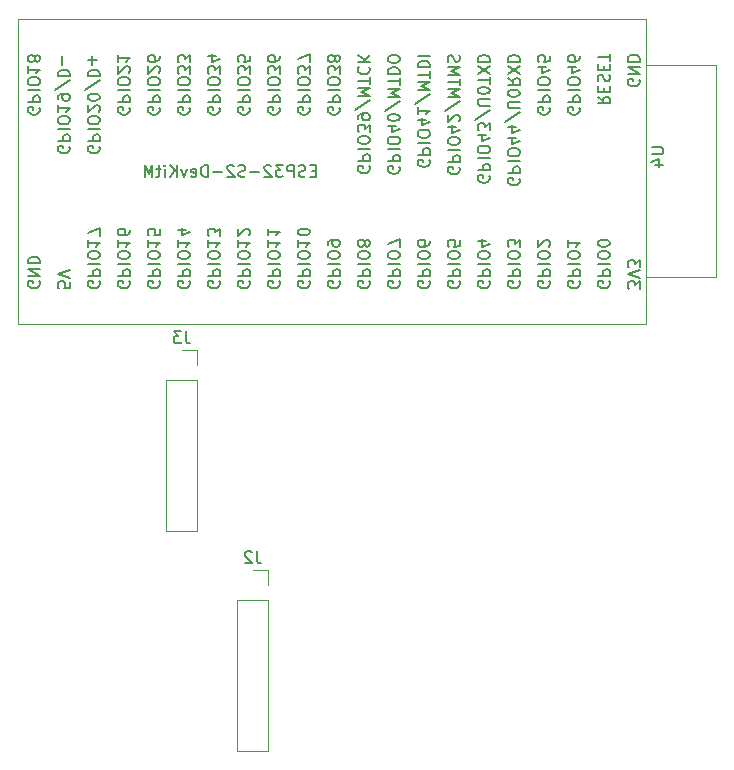
<source format=gbr>
%TF.GenerationSoftware,KiCad,Pcbnew,8.0.2*%
%TF.CreationDate,2024-06-07T00:11:44+02:00*%
%TF.ProjectId,BBC,4242432e-6b69-4636-9164-5f7063625858,rev?*%
%TF.SameCoordinates,Original*%
%TF.FileFunction,Legend,Bot*%
%TF.FilePolarity,Positive*%
%FSLAX46Y46*%
G04 Gerber Fmt 4.6, Leading zero omitted, Abs format (unit mm)*
G04 Created by KiCad (PCBNEW 8.0.2) date 2024-06-07 00:11:44*
%MOMM*%
%LPD*%
G01*
G04 APERTURE LIST*
%ADD10C,0.150000*%
%ADD11C,0.120000*%
G04 APERTURE END LIST*
D10*
X77833333Y-63464819D02*
X77833333Y-64179104D01*
X77833333Y-64179104D02*
X77880952Y-64321961D01*
X77880952Y-64321961D02*
X77976190Y-64417200D01*
X77976190Y-64417200D02*
X78119047Y-64464819D01*
X78119047Y-64464819D02*
X78214285Y-64464819D01*
X77452380Y-63464819D02*
X76833333Y-63464819D01*
X76833333Y-63464819D02*
X77166666Y-63845771D01*
X77166666Y-63845771D02*
X77023809Y-63845771D01*
X77023809Y-63845771D02*
X76928571Y-63893390D01*
X76928571Y-63893390D02*
X76880952Y-63941009D01*
X76880952Y-63941009D02*
X76833333Y-64036247D01*
X76833333Y-64036247D02*
X76833333Y-64274342D01*
X76833333Y-64274342D02*
X76880952Y-64369580D01*
X76880952Y-64369580D02*
X76928571Y-64417200D01*
X76928571Y-64417200D02*
X77023809Y-64464819D01*
X77023809Y-64464819D02*
X77309523Y-64464819D01*
X77309523Y-64464819D02*
X77404761Y-64417200D01*
X77404761Y-64417200D02*
X77452380Y-64369580D01*
X83833333Y-82084819D02*
X83833333Y-82799104D01*
X83833333Y-82799104D02*
X83880952Y-82941961D01*
X83880952Y-82941961D02*
X83976190Y-83037200D01*
X83976190Y-83037200D02*
X84119047Y-83084819D01*
X84119047Y-83084819D02*
X84214285Y-83084819D01*
X83404761Y-82180057D02*
X83357142Y-82132438D01*
X83357142Y-82132438D02*
X83261904Y-82084819D01*
X83261904Y-82084819D02*
X83023809Y-82084819D01*
X83023809Y-82084819D02*
X82928571Y-82132438D01*
X82928571Y-82132438D02*
X82880952Y-82180057D01*
X82880952Y-82180057D02*
X82833333Y-82275295D01*
X82833333Y-82275295D02*
X82833333Y-82370533D01*
X82833333Y-82370533D02*
X82880952Y-82513390D01*
X82880952Y-82513390D02*
X83452380Y-83084819D01*
X83452380Y-83084819D02*
X82833333Y-83084819D01*
X117272099Y-47898095D02*
X118081622Y-47898095D01*
X118081622Y-47898095D02*
X118176860Y-47945714D01*
X118176860Y-47945714D02*
X118224480Y-47993333D01*
X118224480Y-47993333D02*
X118272099Y-48088571D01*
X118272099Y-48088571D02*
X118272099Y-48279047D01*
X118272099Y-48279047D02*
X118224480Y-48374285D01*
X118224480Y-48374285D02*
X118176860Y-48421904D01*
X118176860Y-48421904D02*
X118081622Y-48469523D01*
X118081622Y-48469523D02*
X117272099Y-48469523D01*
X117605432Y-49374285D02*
X118272099Y-49374285D01*
X117224480Y-49136190D02*
X117938765Y-48898095D01*
X117938765Y-48898095D02*
X117938765Y-49517142D01*
X88825374Y-49864689D02*
X88492041Y-49864689D01*
X88349184Y-50388499D02*
X88825374Y-50388499D01*
X88825374Y-50388499D02*
X88825374Y-49388499D01*
X88825374Y-49388499D02*
X88349184Y-49388499D01*
X87968231Y-50340880D02*
X87825374Y-50388499D01*
X87825374Y-50388499D02*
X87587279Y-50388499D01*
X87587279Y-50388499D02*
X87492041Y-50340880D01*
X87492041Y-50340880D02*
X87444422Y-50293260D01*
X87444422Y-50293260D02*
X87396803Y-50198022D01*
X87396803Y-50198022D02*
X87396803Y-50102784D01*
X87396803Y-50102784D02*
X87444422Y-50007546D01*
X87444422Y-50007546D02*
X87492041Y-49959927D01*
X87492041Y-49959927D02*
X87587279Y-49912308D01*
X87587279Y-49912308D02*
X87777755Y-49864689D01*
X87777755Y-49864689D02*
X87872993Y-49817070D01*
X87872993Y-49817070D02*
X87920612Y-49769451D01*
X87920612Y-49769451D02*
X87968231Y-49674213D01*
X87968231Y-49674213D02*
X87968231Y-49578975D01*
X87968231Y-49578975D02*
X87920612Y-49483737D01*
X87920612Y-49483737D02*
X87872993Y-49436118D01*
X87872993Y-49436118D02*
X87777755Y-49388499D01*
X87777755Y-49388499D02*
X87539660Y-49388499D01*
X87539660Y-49388499D02*
X87396803Y-49436118D01*
X86968231Y-50388499D02*
X86968231Y-49388499D01*
X86968231Y-49388499D02*
X86587279Y-49388499D01*
X86587279Y-49388499D02*
X86492041Y-49436118D01*
X86492041Y-49436118D02*
X86444422Y-49483737D01*
X86444422Y-49483737D02*
X86396803Y-49578975D01*
X86396803Y-49578975D02*
X86396803Y-49721832D01*
X86396803Y-49721832D02*
X86444422Y-49817070D01*
X86444422Y-49817070D02*
X86492041Y-49864689D01*
X86492041Y-49864689D02*
X86587279Y-49912308D01*
X86587279Y-49912308D02*
X86968231Y-49912308D01*
X86063469Y-49388499D02*
X85444422Y-49388499D01*
X85444422Y-49388499D02*
X85777755Y-49769451D01*
X85777755Y-49769451D02*
X85634898Y-49769451D01*
X85634898Y-49769451D02*
X85539660Y-49817070D01*
X85539660Y-49817070D02*
X85492041Y-49864689D01*
X85492041Y-49864689D02*
X85444422Y-49959927D01*
X85444422Y-49959927D02*
X85444422Y-50198022D01*
X85444422Y-50198022D02*
X85492041Y-50293260D01*
X85492041Y-50293260D02*
X85539660Y-50340880D01*
X85539660Y-50340880D02*
X85634898Y-50388499D01*
X85634898Y-50388499D02*
X85920612Y-50388499D01*
X85920612Y-50388499D02*
X86015850Y-50340880D01*
X86015850Y-50340880D02*
X86063469Y-50293260D01*
X85063469Y-49483737D02*
X85015850Y-49436118D01*
X85015850Y-49436118D02*
X84920612Y-49388499D01*
X84920612Y-49388499D02*
X84682517Y-49388499D01*
X84682517Y-49388499D02*
X84587279Y-49436118D01*
X84587279Y-49436118D02*
X84539660Y-49483737D01*
X84539660Y-49483737D02*
X84492041Y-49578975D01*
X84492041Y-49578975D02*
X84492041Y-49674213D01*
X84492041Y-49674213D02*
X84539660Y-49817070D01*
X84539660Y-49817070D02*
X85111088Y-50388499D01*
X85111088Y-50388499D02*
X84492041Y-50388499D01*
X84063469Y-50007546D02*
X83301565Y-50007546D01*
X82872993Y-50340880D02*
X82730136Y-50388499D01*
X82730136Y-50388499D02*
X82492041Y-50388499D01*
X82492041Y-50388499D02*
X82396803Y-50340880D01*
X82396803Y-50340880D02*
X82349184Y-50293260D01*
X82349184Y-50293260D02*
X82301565Y-50198022D01*
X82301565Y-50198022D02*
X82301565Y-50102784D01*
X82301565Y-50102784D02*
X82349184Y-50007546D01*
X82349184Y-50007546D02*
X82396803Y-49959927D01*
X82396803Y-49959927D02*
X82492041Y-49912308D01*
X82492041Y-49912308D02*
X82682517Y-49864689D01*
X82682517Y-49864689D02*
X82777755Y-49817070D01*
X82777755Y-49817070D02*
X82825374Y-49769451D01*
X82825374Y-49769451D02*
X82872993Y-49674213D01*
X82872993Y-49674213D02*
X82872993Y-49578975D01*
X82872993Y-49578975D02*
X82825374Y-49483737D01*
X82825374Y-49483737D02*
X82777755Y-49436118D01*
X82777755Y-49436118D02*
X82682517Y-49388499D01*
X82682517Y-49388499D02*
X82444422Y-49388499D01*
X82444422Y-49388499D02*
X82301565Y-49436118D01*
X81920612Y-49483737D02*
X81872993Y-49436118D01*
X81872993Y-49436118D02*
X81777755Y-49388499D01*
X81777755Y-49388499D02*
X81539660Y-49388499D01*
X81539660Y-49388499D02*
X81444422Y-49436118D01*
X81444422Y-49436118D02*
X81396803Y-49483737D01*
X81396803Y-49483737D02*
X81349184Y-49578975D01*
X81349184Y-49578975D02*
X81349184Y-49674213D01*
X81349184Y-49674213D02*
X81396803Y-49817070D01*
X81396803Y-49817070D02*
X81968231Y-50388499D01*
X81968231Y-50388499D02*
X81349184Y-50388499D01*
X80920612Y-50007546D02*
X80158708Y-50007546D01*
X79682517Y-50388499D02*
X79682517Y-49388499D01*
X79682517Y-49388499D02*
X79444422Y-49388499D01*
X79444422Y-49388499D02*
X79301565Y-49436118D01*
X79301565Y-49436118D02*
X79206327Y-49531356D01*
X79206327Y-49531356D02*
X79158708Y-49626594D01*
X79158708Y-49626594D02*
X79111089Y-49817070D01*
X79111089Y-49817070D02*
X79111089Y-49959927D01*
X79111089Y-49959927D02*
X79158708Y-50150403D01*
X79158708Y-50150403D02*
X79206327Y-50245641D01*
X79206327Y-50245641D02*
X79301565Y-50340880D01*
X79301565Y-50340880D02*
X79444422Y-50388499D01*
X79444422Y-50388499D02*
X79682517Y-50388499D01*
X78301565Y-50340880D02*
X78396803Y-50388499D01*
X78396803Y-50388499D02*
X78587279Y-50388499D01*
X78587279Y-50388499D02*
X78682517Y-50340880D01*
X78682517Y-50340880D02*
X78730136Y-50245641D01*
X78730136Y-50245641D02*
X78730136Y-49864689D01*
X78730136Y-49864689D02*
X78682517Y-49769451D01*
X78682517Y-49769451D02*
X78587279Y-49721832D01*
X78587279Y-49721832D02*
X78396803Y-49721832D01*
X78396803Y-49721832D02*
X78301565Y-49769451D01*
X78301565Y-49769451D02*
X78253946Y-49864689D01*
X78253946Y-49864689D02*
X78253946Y-49959927D01*
X78253946Y-49959927D02*
X78730136Y-50055165D01*
X77920612Y-49721832D02*
X77682517Y-50388499D01*
X77682517Y-50388499D02*
X77444422Y-49721832D01*
X77063469Y-50388499D02*
X77063469Y-49388499D01*
X76492041Y-50388499D02*
X76920612Y-49817070D01*
X76492041Y-49388499D02*
X77063469Y-49959927D01*
X76063469Y-50388499D02*
X76063469Y-49721832D01*
X76063469Y-49388499D02*
X76111088Y-49436118D01*
X76111088Y-49436118D02*
X76063469Y-49483737D01*
X76063469Y-49483737D02*
X76015850Y-49436118D01*
X76015850Y-49436118D02*
X76063469Y-49388499D01*
X76063469Y-49388499D02*
X76063469Y-49483737D01*
X75730136Y-49721832D02*
X75349184Y-49721832D01*
X75587279Y-49388499D02*
X75587279Y-50245641D01*
X75587279Y-50245641D02*
X75539660Y-50340880D01*
X75539660Y-50340880D02*
X75444422Y-50388499D01*
X75444422Y-50388499D02*
X75349184Y-50388499D01*
X75015850Y-50388499D02*
X75015850Y-49388499D01*
X75015850Y-49388499D02*
X74682517Y-50102784D01*
X74682517Y-50102784D02*
X74349184Y-49388499D01*
X74349184Y-49388499D02*
X74349184Y-50388499D01*
X73037561Y-59233091D02*
X73085180Y-59328329D01*
X73085180Y-59328329D02*
X73085180Y-59471186D01*
X73085180Y-59471186D02*
X73037561Y-59614043D01*
X73037561Y-59614043D02*
X72942323Y-59709281D01*
X72942323Y-59709281D02*
X72847085Y-59756900D01*
X72847085Y-59756900D02*
X72656609Y-59804519D01*
X72656609Y-59804519D02*
X72513752Y-59804519D01*
X72513752Y-59804519D02*
X72323276Y-59756900D01*
X72323276Y-59756900D02*
X72228038Y-59709281D01*
X72228038Y-59709281D02*
X72132800Y-59614043D01*
X72132800Y-59614043D02*
X72085180Y-59471186D01*
X72085180Y-59471186D02*
X72085180Y-59375948D01*
X72085180Y-59375948D02*
X72132800Y-59233091D01*
X72132800Y-59233091D02*
X72180419Y-59185472D01*
X72180419Y-59185472D02*
X72513752Y-59185472D01*
X72513752Y-59185472D02*
X72513752Y-59375948D01*
X72085180Y-58756900D02*
X73085180Y-58756900D01*
X73085180Y-58756900D02*
X73085180Y-58375948D01*
X73085180Y-58375948D02*
X73037561Y-58280710D01*
X73037561Y-58280710D02*
X72989942Y-58233091D01*
X72989942Y-58233091D02*
X72894704Y-58185472D01*
X72894704Y-58185472D02*
X72751847Y-58185472D01*
X72751847Y-58185472D02*
X72656609Y-58233091D01*
X72656609Y-58233091D02*
X72608990Y-58280710D01*
X72608990Y-58280710D02*
X72561371Y-58375948D01*
X72561371Y-58375948D02*
X72561371Y-58756900D01*
X72085180Y-57756900D02*
X73085180Y-57756900D01*
X73085180Y-57090234D02*
X73085180Y-56899758D01*
X73085180Y-56899758D02*
X73037561Y-56804520D01*
X73037561Y-56804520D02*
X72942323Y-56709282D01*
X72942323Y-56709282D02*
X72751847Y-56661663D01*
X72751847Y-56661663D02*
X72418514Y-56661663D01*
X72418514Y-56661663D02*
X72228038Y-56709282D01*
X72228038Y-56709282D02*
X72132800Y-56804520D01*
X72132800Y-56804520D02*
X72085180Y-56899758D01*
X72085180Y-56899758D02*
X72085180Y-57090234D01*
X72085180Y-57090234D02*
X72132800Y-57185472D01*
X72132800Y-57185472D02*
X72228038Y-57280710D01*
X72228038Y-57280710D02*
X72418514Y-57328329D01*
X72418514Y-57328329D02*
X72751847Y-57328329D01*
X72751847Y-57328329D02*
X72942323Y-57280710D01*
X72942323Y-57280710D02*
X73037561Y-57185472D01*
X73037561Y-57185472D02*
X73085180Y-57090234D01*
X72085180Y-55709282D02*
X72085180Y-56280710D01*
X72085180Y-55994996D02*
X73085180Y-55994996D01*
X73085180Y-55994996D02*
X72942323Y-56090234D01*
X72942323Y-56090234D02*
X72847085Y-56185472D01*
X72847085Y-56185472D02*
X72799466Y-56280710D01*
X73085180Y-54852139D02*
X73085180Y-55042615D01*
X73085180Y-55042615D02*
X73037561Y-55137853D01*
X73037561Y-55137853D02*
X72989942Y-55185472D01*
X72989942Y-55185472D02*
X72847085Y-55280710D01*
X72847085Y-55280710D02*
X72656609Y-55328329D01*
X72656609Y-55328329D02*
X72275657Y-55328329D01*
X72275657Y-55328329D02*
X72180419Y-55280710D01*
X72180419Y-55280710D02*
X72132800Y-55233091D01*
X72132800Y-55233091D02*
X72085180Y-55137853D01*
X72085180Y-55137853D02*
X72085180Y-54947377D01*
X72085180Y-54947377D02*
X72132800Y-54852139D01*
X72132800Y-54852139D02*
X72180419Y-54804520D01*
X72180419Y-54804520D02*
X72275657Y-54756901D01*
X72275657Y-54756901D02*
X72513752Y-54756901D01*
X72513752Y-54756901D02*
X72608990Y-54804520D01*
X72608990Y-54804520D02*
X72656609Y-54852139D01*
X72656609Y-54852139D02*
X72704228Y-54947377D01*
X72704228Y-54947377D02*
X72704228Y-55137853D01*
X72704228Y-55137853D02*
X72656609Y-55233091D01*
X72656609Y-55233091D02*
X72608990Y-55280710D01*
X72608990Y-55280710D02*
X72513752Y-55328329D01*
X83197561Y-44539030D02*
X83245180Y-44634268D01*
X83245180Y-44634268D02*
X83245180Y-44777125D01*
X83245180Y-44777125D02*
X83197561Y-44919982D01*
X83197561Y-44919982D02*
X83102323Y-45015220D01*
X83102323Y-45015220D02*
X83007085Y-45062839D01*
X83007085Y-45062839D02*
X82816609Y-45110458D01*
X82816609Y-45110458D02*
X82673752Y-45110458D01*
X82673752Y-45110458D02*
X82483276Y-45062839D01*
X82483276Y-45062839D02*
X82388038Y-45015220D01*
X82388038Y-45015220D02*
X82292800Y-44919982D01*
X82292800Y-44919982D02*
X82245180Y-44777125D01*
X82245180Y-44777125D02*
X82245180Y-44681887D01*
X82245180Y-44681887D02*
X82292800Y-44539030D01*
X82292800Y-44539030D02*
X82340419Y-44491411D01*
X82340419Y-44491411D02*
X82673752Y-44491411D01*
X82673752Y-44491411D02*
X82673752Y-44681887D01*
X82245180Y-44062839D02*
X83245180Y-44062839D01*
X83245180Y-44062839D02*
X83245180Y-43681887D01*
X83245180Y-43681887D02*
X83197561Y-43586649D01*
X83197561Y-43586649D02*
X83149942Y-43539030D01*
X83149942Y-43539030D02*
X83054704Y-43491411D01*
X83054704Y-43491411D02*
X82911847Y-43491411D01*
X82911847Y-43491411D02*
X82816609Y-43539030D01*
X82816609Y-43539030D02*
X82768990Y-43586649D01*
X82768990Y-43586649D02*
X82721371Y-43681887D01*
X82721371Y-43681887D02*
X82721371Y-44062839D01*
X82245180Y-43062839D02*
X83245180Y-43062839D01*
X83245180Y-42396173D02*
X83245180Y-42205697D01*
X83245180Y-42205697D02*
X83197561Y-42110459D01*
X83197561Y-42110459D02*
X83102323Y-42015221D01*
X83102323Y-42015221D02*
X82911847Y-41967602D01*
X82911847Y-41967602D02*
X82578514Y-41967602D01*
X82578514Y-41967602D02*
X82388038Y-42015221D01*
X82388038Y-42015221D02*
X82292800Y-42110459D01*
X82292800Y-42110459D02*
X82245180Y-42205697D01*
X82245180Y-42205697D02*
X82245180Y-42396173D01*
X82245180Y-42396173D02*
X82292800Y-42491411D01*
X82292800Y-42491411D02*
X82388038Y-42586649D01*
X82388038Y-42586649D02*
X82578514Y-42634268D01*
X82578514Y-42634268D02*
X82911847Y-42634268D01*
X82911847Y-42634268D02*
X83102323Y-42586649D01*
X83102323Y-42586649D02*
X83197561Y-42491411D01*
X83197561Y-42491411D02*
X83245180Y-42396173D01*
X83245180Y-41634268D02*
X83245180Y-41015221D01*
X83245180Y-41015221D02*
X82864228Y-41348554D01*
X82864228Y-41348554D02*
X82864228Y-41205697D01*
X82864228Y-41205697D02*
X82816609Y-41110459D01*
X82816609Y-41110459D02*
X82768990Y-41062840D01*
X82768990Y-41062840D02*
X82673752Y-41015221D01*
X82673752Y-41015221D02*
X82435657Y-41015221D01*
X82435657Y-41015221D02*
X82340419Y-41062840D01*
X82340419Y-41062840D02*
X82292800Y-41110459D01*
X82292800Y-41110459D02*
X82245180Y-41205697D01*
X82245180Y-41205697D02*
X82245180Y-41491411D01*
X82245180Y-41491411D02*
X82292800Y-41586649D01*
X82292800Y-41586649D02*
X82340419Y-41634268D01*
X83245180Y-40110459D02*
X83245180Y-40586649D01*
X83245180Y-40586649D02*
X82768990Y-40634268D01*
X82768990Y-40634268D02*
X82816609Y-40586649D01*
X82816609Y-40586649D02*
X82864228Y-40491411D01*
X82864228Y-40491411D02*
X82864228Y-40253316D01*
X82864228Y-40253316D02*
X82816609Y-40158078D01*
X82816609Y-40158078D02*
X82768990Y-40110459D01*
X82768990Y-40110459D02*
X82673752Y-40062840D01*
X82673752Y-40062840D02*
X82435657Y-40062840D01*
X82435657Y-40062840D02*
X82340419Y-40110459D01*
X82340419Y-40110459D02*
X82292800Y-40158078D01*
X82292800Y-40158078D02*
X82245180Y-40253316D01*
X82245180Y-40253316D02*
X82245180Y-40491411D01*
X82245180Y-40491411D02*
X82292800Y-40586649D01*
X82292800Y-40586649D02*
X82340419Y-40634268D01*
X67957561Y-47824744D02*
X68005180Y-47919982D01*
X68005180Y-47919982D02*
X68005180Y-48062839D01*
X68005180Y-48062839D02*
X67957561Y-48205696D01*
X67957561Y-48205696D02*
X67862323Y-48300934D01*
X67862323Y-48300934D02*
X67767085Y-48348553D01*
X67767085Y-48348553D02*
X67576609Y-48396172D01*
X67576609Y-48396172D02*
X67433752Y-48396172D01*
X67433752Y-48396172D02*
X67243276Y-48348553D01*
X67243276Y-48348553D02*
X67148038Y-48300934D01*
X67148038Y-48300934D02*
X67052800Y-48205696D01*
X67052800Y-48205696D02*
X67005180Y-48062839D01*
X67005180Y-48062839D02*
X67005180Y-47967601D01*
X67005180Y-47967601D02*
X67052800Y-47824744D01*
X67052800Y-47824744D02*
X67100419Y-47777125D01*
X67100419Y-47777125D02*
X67433752Y-47777125D01*
X67433752Y-47777125D02*
X67433752Y-47967601D01*
X67005180Y-47348553D02*
X68005180Y-47348553D01*
X68005180Y-47348553D02*
X68005180Y-46967601D01*
X68005180Y-46967601D02*
X67957561Y-46872363D01*
X67957561Y-46872363D02*
X67909942Y-46824744D01*
X67909942Y-46824744D02*
X67814704Y-46777125D01*
X67814704Y-46777125D02*
X67671847Y-46777125D01*
X67671847Y-46777125D02*
X67576609Y-46824744D01*
X67576609Y-46824744D02*
X67528990Y-46872363D01*
X67528990Y-46872363D02*
X67481371Y-46967601D01*
X67481371Y-46967601D02*
X67481371Y-47348553D01*
X67005180Y-46348553D02*
X68005180Y-46348553D01*
X68005180Y-45681887D02*
X68005180Y-45491411D01*
X68005180Y-45491411D02*
X67957561Y-45396173D01*
X67957561Y-45396173D02*
X67862323Y-45300935D01*
X67862323Y-45300935D02*
X67671847Y-45253316D01*
X67671847Y-45253316D02*
X67338514Y-45253316D01*
X67338514Y-45253316D02*
X67148038Y-45300935D01*
X67148038Y-45300935D02*
X67052800Y-45396173D01*
X67052800Y-45396173D02*
X67005180Y-45491411D01*
X67005180Y-45491411D02*
X67005180Y-45681887D01*
X67005180Y-45681887D02*
X67052800Y-45777125D01*
X67052800Y-45777125D02*
X67148038Y-45872363D01*
X67148038Y-45872363D02*
X67338514Y-45919982D01*
X67338514Y-45919982D02*
X67671847Y-45919982D01*
X67671847Y-45919982D02*
X67862323Y-45872363D01*
X67862323Y-45872363D02*
X67957561Y-45777125D01*
X67957561Y-45777125D02*
X68005180Y-45681887D01*
X67005180Y-44300935D02*
X67005180Y-44872363D01*
X67005180Y-44586649D02*
X68005180Y-44586649D01*
X68005180Y-44586649D02*
X67862323Y-44681887D01*
X67862323Y-44681887D02*
X67767085Y-44777125D01*
X67767085Y-44777125D02*
X67719466Y-44872363D01*
X67005180Y-43824744D02*
X67005180Y-43634268D01*
X67005180Y-43634268D02*
X67052800Y-43539030D01*
X67052800Y-43539030D02*
X67100419Y-43491411D01*
X67100419Y-43491411D02*
X67243276Y-43396173D01*
X67243276Y-43396173D02*
X67433752Y-43348554D01*
X67433752Y-43348554D02*
X67814704Y-43348554D01*
X67814704Y-43348554D02*
X67909942Y-43396173D01*
X67909942Y-43396173D02*
X67957561Y-43443792D01*
X67957561Y-43443792D02*
X68005180Y-43539030D01*
X68005180Y-43539030D02*
X68005180Y-43729506D01*
X68005180Y-43729506D02*
X67957561Y-43824744D01*
X67957561Y-43824744D02*
X67909942Y-43872363D01*
X67909942Y-43872363D02*
X67814704Y-43919982D01*
X67814704Y-43919982D02*
X67576609Y-43919982D01*
X67576609Y-43919982D02*
X67481371Y-43872363D01*
X67481371Y-43872363D02*
X67433752Y-43824744D01*
X67433752Y-43824744D02*
X67386133Y-43729506D01*
X67386133Y-43729506D02*
X67386133Y-43539030D01*
X67386133Y-43539030D02*
X67433752Y-43443792D01*
X67433752Y-43443792D02*
X67481371Y-43396173D01*
X67481371Y-43396173D02*
X67576609Y-43348554D01*
X68052800Y-42205697D02*
X66767085Y-43062839D01*
X67005180Y-41872363D02*
X68005180Y-41872363D01*
X68005180Y-41872363D02*
X68005180Y-41634268D01*
X68005180Y-41634268D02*
X67957561Y-41491411D01*
X67957561Y-41491411D02*
X67862323Y-41396173D01*
X67862323Y-41396173D02*
X67767085Y-41348554D01*
X67767085Y-41348554D02*
X67576609Y-41300935D01*
X67576609Y-41300935D02*
X67433752Y-41300935D01*
X67433752Y-41300935D02*
X67243276Y-41348554D01*
X67243276Y-41348554D02*
X67148038Y-41396173D01*
X67148038Y-41396173D02*
X67052800Y-41491411D01*
X67052800Y-41491411D02*
X67005180Y-41634268D01*
X67005180Y-41634268D02*
X67005180Y-41872363D01*
X67386133Y-40872363D02*
X67386133Y-40110459D01*
X83197561Y-59233091D02*
X83245180Y-59328329D01*
X83245180Y-59328329D02*
X83245180Y-59471186D01*
X83245180Y-59471186D02*
X83197561Y-59614043D01*
X83197561Y-59614043D02*
X83102323Y-59709281D01*
X83102323Y-59709281D02*
X83007085Y-59756900D01*
X83007085Y-59756900D02*
X82816609Y-59804519D01*
X82816609Y-59804519D02*
X82673752Y-59804519D01*
X82673752Y-59804519D02*
X82483276Y-59756900D01*
X82483276Y-59756900D02*
X82388038Y-59709281D01*
X82388038Y-59709281D02*
X82292800Y-59614043D01*
X82292800Y-59614043D02*
X82245180Y-59471186D01*
X82245180Y-59471186D02*
X82245180Y-59375948D01*
X82245180Y-59375948D02*
X82292800Y-59233091D01*
X82292800Y-59233091D02*
X82340419Y-59185472D01*
X82340419Y-59185472D02*
X82673752Y-59185472D01*
X82673752Y-59185472D02*
X82673752Y-59375948D01*
X82245180Y-58756900D02*
X83245180Y-58756900D01*
X83245180Y-58756900D02*
X83245180Y-58375948D01*
X83245180Y-58375948D02*
X83197561Y-58280710D01*
X83197561Y-58280710D02*
X83149942Y-58233091D01*
X83149942Y-58233091D02*
X83054704Y-58185472D01*
X83054704Y-58185472D02*
X82911847Y-58185472D01*
X82911847Y-58185472D02*
X82816609Y-58233091D01*
X82816609Y-58233091D02*
X82768990Y-58280710D01*
X82768990Y-58280710D02*
X82721371Y-58375948D01*
X82721371Y-58375948D02*
X82721371Y-58756900D01*
X82245180Y-57756900D02*
X83245180Y-57756900D01*
X83245180Y-57090234D02*
X83245180Y-56899758D01*
X83245180Y-56899758D02*
X83197561Y-56804520D01*
X83197561Y-56804520D02*
X83102323Y-56709282D01*
X83102323Y-56709282D02*
X82911847Y-56661663D01*
X82911847Y-56661663D02*
X82578514Y-56661663D01*
X82578514Y-56661663D02*
X82388038Y-56709282D01*
X82388038Y-56709282D02*
X82292800Y-56804520D01*
X82292800Y-56804520D02*
X82245180Y-56899758D01*
X82245180Y-56899758D02*
X82245180Y-57090234D01*
X82245180Y-57090234D02*
X82292800Y-57185472D01*
X82292800Y-57185472D02*
X82388038Y-57280710D01*
X82388038Y-57280710D02*
X82578514Y-57328329D01*
X82578514Y-57328329D02*
X82911847Y-57328329D01*
X82911847Y-57328329D02*
X83102323Y-57280710D01*
X83102323Y-57280710D02*
X83197561Y-57185472D01*
X83197561Y-57185472D02*
X83245180Y-57090234D01*
X82245180Y-55709282D02*
X82245180Y-56280710D01*
X82245180Y-55994996D02*
X83245180Y-55994996D01*
X83245180Y-55994996D02*
X83102323Y-56090234D01*
X83102323Y-56090234D02*
X83007085Y-56185472D01*
X83007085Y-56185472D02*
X82959466Y-56280710D01*
X83149942Y-55328329D02*
X83197561Y-55280710D01*
X83197561Y-55280710D02*
X83245180Y-55185472D01*
X83245180Y-55185472D02*
X83245180Y-54947377D01*
X83245180Y-54947377D02*
X83197561Y-54852139D01*
X83197561Y-54852139D02*
X83149942Y-54804520D01*
X83149942Y-54804520D02*
X83054704Y-54756901D01*
X83054704Y-54756901D02*
X82959466Y-54756901D01*
X82959466Y-54756901D02*
X82816609Y-54804520D01*
X82816609Y-54804520D02*
X82245180Y-55375948D01*
X82245180Y-55375948D02*
X82245180Y-54756901D01*
X65417561Y-44539030D02*
X65465180Y-44634268D01*
X65465180Y-44634268D02*
X65465180Y-44777125D01*
X65465180Y-44777125D02*
X65417561Y-44919982D01*
X65417561Y-44919982D02*
X65322323Y-45015220D01*
X65322323Y-45015220D02*
X65227085Y-45062839D01*
X65227085Y-45062839D02*
X65036609Y-45110458D01*
X65036609Y-45110458D02*
X64893752Y-45110458D01*
X64893752Y-45110458D02*
X64703276Y-45062839D01*
X64703276Y-45062839D02*
X64608038Y-45015220D01*
X64608038Y-45015220D02*
X64512800Y-44919982D01*
X64512800Y-44919982D02*
X64465180Y-44777125D01*
X64465180Y-44777125D02*
X64465180Y-44681887D01*
X64465180Y-44681887D02*
X64512800Y-44539030D01*
X64512800Y-44539030D02*
X64560419Y-44491411D01*
X64560419Y-44491411D02*
X64893752Y-44491411D01*
X64893752Y-44491411D02*
X64893752Y-44681887D01*
X64465180Y-44062839D02*
X65465180Y-44062839D01*
X65465180Y-44062839D02*
X65465180Y-43681887D01*
X65465180Y-43681887D02*
X65417561Y-43586649D01*
X65417561Y-43586649D02*
X65369942Y-43539030D01*
X65369942Y-43539030D02*
X65274704Y-43491411D01*
X65274704Y-43491411D02*
X65131847Y-43491411D01*
X65131847Y-43491411D02*
X65036609Y-43539030D01*
X65036609Y-43539030D02*
X64988990Y-43586649D01*
X64988990Y-43586649D02*
X64941371Y-43681887D01*
X64941371Y-43681887D02*
X64941371Y-44062839D01*
X64465180Y-43062839D02*
X65465180Y-43062839D01*
X65465180Y-42396173D02*
X65465180Y-42205697D01*
X65465180Y-42205697D02*
X65417561Y-42110459D01*
X65417561Y-42110459D02*
X65322323Y-42015221D01*
X65322323Y-42015221D02*
X65131847Y-41967602D01*
X65131847Y-41967602D02*
X64798514Y-41967602D01*
X64798514Y-41967602D02*
X64608038Y-42015221D01*
X64608038Y-42015221D02*
X64512800Y-42110459D01*
X64512800Y-42110459D02*
X64465180Y-42205697D01*
X64465180Y-42205697D02*
X64465180Y-42396173D01*
X64465180Y-42396173D02*
X64512800Y-42491411D01*
X64512800Y-42491411D02*
X64608038Y-42586649D01*
X64608038Y-42586649D02*
X64798514Y-42634268D01*
X64798514Y-42634268D02*
X65131847Y-42634268D01*
X65131847Y-42634268D02*
X65322323Y-42586649D01*
X65322323Y-42586649D02*
X65417561Y-42491411D01*
X65417561Y-42491411D02*
X65465180Y-42396173D01*
X64465180Y-41015221D02*
X64465180Y-41586649D01*
X64465180Y-41300935D02*
X65465180Y-41300935D01*
X65465180Y-41300935D02*
X65322323Y-41396173D01*
X65322323Y-41396173D02*
X65227085Y-41491411D01*
X65227085Y-41491411D02*
X65179466Y-41586649D01*
X65036609Y-40443792D02*
X65084228Y-40539030D01*
X65084228Y-40539030D02*
X65131847Y-40586649D01*
X65131847Y-40586649D02*
X65227085Y-40634268D01*
X65227085Y-40634268D02*
X65274704Y-40634268D01*
X65274704Y-40634268D02*
X65369942Y-40586649D01*
X65369942Y-40586649D02*
X65417561Y-40539030D01*
X65417561Y-40539030D02*
X65465180Y-40443792D01*
X65465180Y-40443792D02*
X65465180Y-40253316D01*
X65465180Y-40253316D02*
X65417561Y-40158078D01*
X65417561Y-40158078D02*
X65369942Y-40110459D01*
X65369942Y-40110459D02*
X65274704Y-40062840D01*
X65274704Y-40062840D02*
X65227085Y-40062840D01*
X65227085Y-40062840D02*
X65131847Y-40110459D01*
X65131847Y-40110459D02*
X65084228Y-40158078D01*
X65084228Y-40158078D02*
X65036609Y-40253316D01*
X65036609Y-40253316D02*
X65036609Y-40443792D01*
X65036609Y-40443792D02*
X64988990Y-40539030D01*
X64988990Y-40539030D02*
X64941371Y-40586649D01*
X64941371Y-40586649D02*
X64846133Y-40634268D01*
X64846133Y-40634268D02*
X64655657Y-40634268D01*
X64655657Y-40634268D02*
X64560419Y-40586649D01*
X64560419Y-40586649D02*
X64512800Y-40539030D01*
X64512800Y-40539030D02*
X64465180Y-40443792D01*
X64465180Y-40443792D02*
X64465180Y-40253316D01*
X64465180Y-40253316D02*
X64512800Y-40158078D01*
X64512800Y-40158078D02*
X64560419Y-40110459D01*
X64560419Y-40110459D02*
X64655657Y-40062840D01*
X64655657Y-40062840D02*
X64846133Y-40062840D01*
X64846133Y-40062840D02*
X64941371Y-40110459D01*
X64941371Y-40110459D02*
X64988990Y-40158078D01*
X64988990Y-40158078D02*
X65036609Y-40253316D01*
X75577561Y-59233091D02*
X75625180Y-59328329D01*
X75625180Y-59328329D02*
X75625180Y-59471186D01*
X75625180Y-59471186D02*
X75577561Y-59614043D01*
X75577561Y-59614043D02*
X75482323Y-59709281D01*
X75482323Y-59709281D02*
X75387085Y-59756900D01*
X75387085Y-59756900D02*
X75196609Y-59804519D01*
X75196609Y-59804519D02*
X75053752Y-59804519D01*
X75053752Y-59804519D02*
X74863276Y-59756900D01*
X74863276Y-59756900D02*
X74768038Y-59709281D01*
X74768038Y-59709281D02*
X74672800Y-59614043D01*
X74672800Y-59614043D02*
X74625180Y-59471186D01*
X74625180Y-59471186D02*
X74625180Y-59375948D01*
X74625180Y-59375948D02*
X74672800Y-59233091D01*
X74672800Y-59233091D02*
X74720419Y-59185472D01*
X74720419Y-59185472D02*
X75053752Y-59185472D01*
X75053752Y-59185472D02*
X75053752Y-59375948D01*
X74625180Y-58756900D02*
X75625180Y-58756900D01*
X75625180Y-58756900D02*
X75625180Y-58375948D01*
X75625180Y-58375948D02*
X75577561Y-58280710D01*
X75577561Y-58280710D02*
X75529942Y-58233091D01*
X75529942Y-58233091D02*
X75434704Y-58185472D01*
X75434704Y-58185472D02*
X75291847Y-58185472D01*
X75291847Y-58185472D02*
X75196609Y-58233091D01*
X75196609Y-58233091D02*
X75148990Y-58280710D01*
X75148990Y-58280710D02*
X75101371Y-58375948D01*
X75101371Y-58375948D02*
X75101371Y-58756900D01*
X74625180Y-57756900D02*
X75625180Y-57756900D01*
X75625180Y-57090234D02*
X75625180Y-56899758D01*
X75625180Y-56899758D02*
X75577561Y-56804520D01*
X75577561Y-56804520D02*
X75482323Y-56709282D01*
X75482323Y-56709282D02*
X75291847Y-56661663D01*
X75291847Y-56661663D02*
X74958514Y-56661663D01*
X74958514Y-56661663D02*
X74768038Y-56709282D01*
X74768038Y-56709282D02*
X74672800Y-56804520D01*
X74672800Y-56804520D02*
X74625180Y-56899758D01*
X74625180Y-56899758D02*
X74625180Y-57090234D01*
X74625180Y-57090234D02*
X74672800Y-57185472D01*
X74672800Y-57185472D02*
X74768038Y-57280710D01*
X74768038Y-57280710D02*
X74958514Y-57328329D01*
X74958514Y-57328329D02*
X75291847Y-57328329D01*
X75291847Y-57328329D02*
X75482323Y-57280710D01*
X75482323Y-57280710D02*
X75577561Y-57185472D01*
X75577561Y-57185472D02*
X75625180Y-57090234D01*
X74625180Y-55709282D02*
X74625180Y-56280710D01*
X74625180Y-55994996D02*
X75625180Y-55994996D01*
X75625180Y-55994996D02*
X75482323Y-56090234D01*
X75482323Y-56090234D02*
X75387085Y-56185472D01*
X75387085Y-56185472D02*
X75339466Y-56280710D01*
X75625180Y-54804520D02*
X75625180Y-55280710D01*
X75625180Y-55280710D02*
X75148990Y-55328329D01*
X75148990Y-55328329D02*
X75196609Y-55280710D01*
X75196609Y-55280710D02*
X75244228Y-55185472D01*
X75244228Y-55185472D02*
X75244228Y-54947377D01*
X75244228Y-54947377D02*
X75196609Y-54852139D01*
X75196609Y-54852139D02*
X75148990Y-54804520D01*
X75148990Y-54804520D02*
X75053752Y-54756901D01*
X75053752Y-54756901D02*
X74815657Y-54756901D01*
X74815657Y-54756901D02*
X74720419Y-54804520D01*
X74720419Y-54804520D02*
X74672800Y-54852139D01*
X74672800Y-54852139D02*
X74625180Y-54947377D01*
X74625180Y-54947377D02*
X74625180Y-55185472D01*
X74625180Y-55185472D02*
X74672800Y-55280710D01*
X74672800Y-55280710D02*
X74720419Y-55328329D01*
X90817561Y-59233091D02*
X90865180Y-59328329D01*
X90865180Y-59328329D02*
X90865180Y-59471186D01*
X90865180Y-59471186D02*
X90817561Y-59614043D01*
X90817561Y-59614043D02*
X90722323Y-59709281D01*
X90722323Y-59709281D02*
X90627085Y-59756900D01*
X90627085Y-59756900D02*
X90436609Y-59804519D01*
X90436609Y-59804519D02*
X90293752Y-59804519D01*
X90293752Y-59804519D02*
X90103276Y-59756900D01*
X90103276Y-59756900D02*
X90008038Y-59709281D01*
X90008038Y-59709281D02*
X89912800Y-59614043D01*
X89912800Y-59614043D02*
X89865180Y-59471186D01*
X89865180Y-59471186D02*
X89865180Y-59375948D01*
X89865180Y-59375948D02*
X89912800Y-59233091D01*
X89912800Y-59233091D02*
X89960419Y-59185472D01*
X89960419Y-59185472D02*
X90293752Y-59185472D01*
X90293752Y-59185472D02*
X90293752Y-59375948D01*
X89865180Y-58756900D02*
X90865180Y-58756900D01*
X90865180Y-58756900D02*
X90865180Y-58375948D01*
X90865180Y-58375948D02*
X90817561Y-58280710D01*
X90817561Y-58280710D02*
X90769942Y-58233091D01*
X90769942Y-58233091D02*
X90674704Y-58185472D01*
X90674704Y-58185472D02*
X90531847Y-58185472D01*
X90531847Y-58185472D02*
X90436609Y-58233091D01*
X90436609Y-58233091D02*
X90388990Y-58280710D01*
X90388990Y-58280710D02*
X90341371Y-58375948D01*
X90341371Y-58375948D02*
X90341371Y-58756900D01*
X89865180Y-57756900D02*
X90865180Y-57756900D01*
X90865180Y-57090234D02*
X90865180Y-56899758D01*
X90865180Y-56899758D02*
X90817561Y-56804520D01*
X90817561Y-56804520D02*
X90722323Y-56709282D01*
X90722323Y-56709282D02*
X90531847Y-56661663D01*
X90531847Y-56661663D02*
X90198514Y-56661663D01*
X90198514Y-56661663D02*
X90008038Y-56709282D01*
X90008038Y-56709282D02*
X89912800Y-56804520D01*
X89912800Y-56804520D02*
X89865180Y-56899758D01*
X89865180Y-56899758D02*
X89865180Y-57090234D01*
X89865180Y-57090234D02*
X89912800Y-57185472D01*
X89912800Y-57185472D02*
X90008038Y-57280710D01*
X90008038Y-57280710D02*
X90198514Y-57328329D01*
X90198514Y-57328329D02*
X90531847Y-57328329D01*
X90531847Y-57328329D02*
X90722323Y-57280710D01*
X90722323Y-57280710D02*
X90817561Y-57185472D01*
X90817561Y-57185472D02*
X90865180Y-57090234D01*
X89865180Y-56185472D02*
X89865180Y-55994996D01*
X89865180Y-55994996D02*
X89912800Y-55899758D01*
X89912800Y-55899758D02*
X89960419Y-55852139D01*
X89960419Y-55852139D02*
X90103276Y-55756901D01*
X90103276Y-55756901D02*
X90293752Y-55709282D01*
X90293752Y-55709282D02*
X90674704Y-55709282D01*
X90674704Y-55709282D02*
X90769942Y-55756901D01*
X90769942Y-55756901D02*
X90817561Y-55804520D01*
X90817561Y-55804520D02*
X90865180Y-55899758D01*
X90865180Y-55899758D02*
X90865180Y-56090234D01*
X90865180Y-56090234D02*
X90817561Y-56185472D01*
X90817561Y-56185472D02*
X90769942Y-56233091D01*
X90769942Y-56233091D02*
X90674704Y-56280710D01*
X90674704Y-56280710D02*
X90436609Y-56280710D01*
X90436609Y-56280710D02*
X90341371Y-56233091D01*
X90341371Y-56233091D02*
X90293752Y-56185472D01*
X90293752Y-56185472D02*
X90246133Y-56090234D01*
X90246133Y-56090234D02*
X90246133Y-55899758D01*
X90246133Y-55899758D02*
X90293752Y-55804520D01*
X90293752Y-55804520D02*
X90341371Y-55756901D01*
X90341371Y-55756901D02*
X90436609Y-55709282D01*
X85737561Y-59233091D02*
X85785180Y-59328329D01*
X85785180Y-59328329D02*
X85785180Y-59471186D01*
X85785180Y-59471186D02*
X85737561Y-59614043D01*
X85737561Y-59614043D02*
X85642323Y-59709281D01*
X85642323Y-59709281D02*
X85547085Y-59756900D01*
X85547085Y-59756900D02*
X85356609Y-59804519D01*
X85356609Y-59804519D02*
X85213752Y-59804519D01*
X85213752Y-59804519D02*
X85023276Y-59756900D01*
X85023276Y-59756900D02*
X84928038Y-59709281D01*
X84928038Y-59709281D02*
X84832800Y-59614043D01*
X84832800Y-59614043D02*
X84785180Y-59471186D01*
X84785180Y-59471186D02*
X84785180Y-59375948D01*
X84785180Y-59375948D02*
X84832800Y-59233091D01*
X84832800Y-59233091D02*
X84880419Y-59185472D01*
X84880419Y-59185472D02*
X85213752Y-59185472D01*
X85213752Y-59185472D02*
X85213752Y-59375948D01*
X84785180Y-58756900D02*
X85785180Y-58756900D01*
X85785180Y-58756900D02*
X85785180Y-58375948D01*
X85785180Y-58375948D02*
X85737561Y-58280710D01*
X85737561Y-58280710D02*
X85689942Y-58233091D01*
X85689942Y-58233091D02*
X85594704Y-58185472D01*
X85594704Y-58185472D02*
X85451847Y-58185472D01*
X85451847Y-58185472D02*
X85356609Y-58233091D01*
X85356609Y-58233091D02*
X85308990Y-58280710D01*
X85308990Y-58280710D02*
X85261371Y-58375948D01*
X85261371Y-58375948D02*
X85261371Y-58756900D01*
X84785180Y-57756900D02*
X85785180Y-57756900D01*
X85785180Y-57090234D02*
X85785180Y-56899758D01*
X85785180Y-56899758D02*
X85737561Y-56804520D01*
X85737561Y-56804520D02*
X85642323Y-56709282D01*
X85642323Y-56709282D02*
X85451847Y-56661663D01*
X85451847Y-56661663D02*
X85118514Y-56661663D01*
X85118514Y-56661663D02*
X84928038Y-56709282D01*
X84928038Y-56709282D02*
X84832800Y-56804520D01*
X84832800Y-56804520D02*
X84785180Y-56899758D01*
X84785180Y-56899758D02*
X84785180Y-57090234D01*
X84785180Y-57090234D02*
X84832800Y-57185472D01*
X84832800Y-57185472D02*
X84928038Y-57280710D01*
X84928038Y-57280710D02*
X85118514Y-57328329D01*
X85118514Y-57328329D02*
X85451847Y-57328329D01*
X85451847Y-57328329D02*
X85642323Y-57280710D01*
X85642323Y-57280710D02*
X85737561Y-57185472D01*
X85737561Y-57185472D02*
X85785180Y-57090234D01*
X84785180Y-55709282D02*
X84785180Y-56280710D01*
X84785180Y-55994996D02*
X85785180Y-55994996D01*
X85785180Y-55994996D02*
X85642323Y-56090234D01*
X85642323Y-56090234D02*
X85547085Y-56185472D01*
X85547085Y-56185472D02*
X85499466Y-56280710D01*
X84785180Y-54756901D02*
X84785180Y-55328329D01*
X84785180Y-55042615D02*
X85785180Y-55042615D01*
X85785180Y-55042615D02*
X85642323Y-55137853D01*
X85642323Y-55137853D02*
X85547085Y-55233091D01*
X85547085Y-55233091D02*
X85499466Y-55328329D01*
X98437561Y-59233091D02*
X98485180Y-59328329D01*
X98485180Y-59328329D02*
X98485180Y-59471186D01*
X98485180Y-59471186D02*
X98437561Y-59614043D01*
X98437561Y-59614043D02*
X98342323Y-59709281D01*
X98342323Y-59709281D02*
X98247085Y-59756900D01*
X98247085Y-59756900D02*
X98056609Y-59804519D01*
X98056609Y-59804519D02*
X97913752Y-59804519D01*
X97913752Y-59804519D02*
X97723276Y-59756900D01*
X97723276Y-59756900D02*
X97628038Y-59709281D01*
X97628038Y-59709281D02*
X97532800Y-59614043D01*
X97532800Y-59614043D02*
X97485180Y-59471186D01*
X97485180Y-59471186D02*
X97485180Y-59375948D01*
X97485180Y-59375948D02*
X97532800Y-59233091D01*
X97532800Y-59233091D02*
X97580419Y-59185472D01*
X97580419Y-59185472D02*
X97913752Y-59185472D01*
X97913752Y-59185472D02*
X97913752Y-59375948D01*
X97485180Y-58756900D02*
X98485180Y-58756900D01*
X98485180Y-58756900D02*
X98485180Y-58375948D01*
X98485180Y-58375948D02*
X98437561Y-58280710D01*
X98437561Y-58280710D02*
X98389942Y-58233091D01*
X98389942Y-58233091D02*
X98294704Y-58185472D01*
X98294704Y-58185472D02*
X98151847Y-58185472D01*
X98151847Y-58185472D02*
X98056609Y-58233091D01*
X98056609Y-58233091D02*
X98008990Y-58280710D01*
X98008990Y-58280710D02*
X97961371Y-58375948D01*
X97961371Y-58375948D02*
X97961371Y-58756900D01*
X97485180Y-57756900D02*
X98485180Y-57756900D01*
X98485180Y-57090234D02*
X98485180Y-56899758D01*
X98485180Y-56899758D02*
X98437561Y-56804520D01*
X98437561Y-56804520D02*
X98342323Y-56709282D01*
X98342323Y-56709282D02*
X98151847Y-56661663D01*
X98151847Y-56661663D02*
X97818514Y-56661663D01*
X97818514Y-56661663D02*
X97628038Y-56709282D01*
X97628038Y-56709282D02*
X97532800Y-56804520D01*
X97532800Y-56804520D02*
X97485180Y-56899758D01*
X97485180Y-56899758D02*
X97485180Y-57090234D01*
X97485180Y-57090234D02*
X97532800Y-57185472D01*
X97532800Y-57185472D02*
X97628038Y-57280710D01*
X97628038Y-57280710D02*
X97818514Y-57328329D01*
X97818514Y-57328329D02*
X98151847Y-57328329D01*
X98151847Y-57328329D02*
X98342323Y-57280710D01*
X98342323Y-57280710D02*
X98437561Y-57185472D01*
X98437561Y-57185472D02*
X98485180Y-57090234D01*
X98485180Y-55804520D02*
X98485180Y-55994996D01*
X98485180Y-55994996D02*
X98437561Y-56090234D01*
X98437561Y-56090234D02*
X98389942Y-56137853D01*
X98389942Y-56137853D02*
X98247085Y-56233091D01*
X98247085Y-56233091D02*
X98056609Y-56280710D01*
X98056609Y-56280710D02*
X97675657Y-56280710D01*
X97675657Y-56280710D02*
X97580419Y-56233091D01*
X97580419Y-56233091D02*
X97532800Y-56185472D01*
X97532800Y-56185472D02*
X97485180Y-56090234D01*
X97485180Y-56090234D02*
X97485180Y-55899758D01*
X97485180Y-55899758D02*
X97532800Y-55804520D01*
X97532800Y-55804520D02*
X97580419Y-55756901D01*
X97580419Y-55756901D02*
X97675657Y-55709282D01*
X97675657Y-55709282D02*
X97913752Y-55709282D01*
X97913752Y-55709282D02*
X98008990Y-55756901D01*
X98008990Y-55756901D02*
X98056609Y-55804520D01*
X98056609Y-55804520D02*
X98104228Y-55899758D01*
X98104228Y-55899758D02*
X98104228Y-56090234D01*
X98104228Y-56090234D02*
X98056609Y-56185472D01*
X98056609Y-56185472D02*
X98008990Y-56233091D01*
X98008990Y-56233091D02*
X97913752Y-56280710D01*
X78117561Y-44539030D02*
X78165180Y-44634268D01*
X78165180Y-44634268D02*
X78165180Y-44777125D01*
X78165180Y-44777125D02*
X78117561Y-44919982D01*
X78117561Y-44919982D02*
X78022323Y-45015220D01*
X78022323Y-45015220D02*
X77927085Y-45062839D01*
X77927085Y-45062839D02*
X77736609Y-45110458D01*
X77736609Y-45110458D02*
X77593752Y-45110458D01*
X77593752Y-45110458D02*
X77403276Y-45062839D01*
X77403276Y-45062839D02*
X77308038Y-45015220D01*
X77308038Y-45015220D02*
X77212800Y-44919982D01*
X77212800Y-44919982D02*
X77165180Y-44777125D01*
X77165180Y-44777125D02*
X77165180Y-44681887D01*
X77165180Y-44681887D02*
X77212800Y-44539030D01*
X77212800Y-44539030D02*
X77260419Y-44491411D01*
X77260419Y-44491411D02*
X77593752Y-44491411D01*
X77593752Y-44491411D02*
X77593752Y-44681887D01*
X77165180Y-44062839D02*
X78165180Y-44062839D01*
X78165180Y-44062839D02*
X78165180Y-43681887D01*
X78165180Y-43681887D02*
X78117561Y-43586649D01*
X78117561Y-43586649D02*
X78069942Y-43539030D01*
X78069942Y-43539030D02*
X77974704Y-43491411D01*
X77974704Y-43491411D02*
X77831847Y-43491411D01*
X77831847Y-43491411D02*
X77736609Y-43539030D01*
X77736609Y-43539030D02*
X77688990Y-43586649D01*
X77688990Y-43586649D02*
X77641371Y-43681887D01*
X77641371Y-43681887D02*
X77641371Y-44062839D01*
X77165180Y-43062839D02*
X78165180Y-43062839D01*
X78165180Y-42396173D02*
X78165180Y-42205697D01*
X78165180Y-42205697D02*
X78117561Y-42110459D01*
X78117561Y-42110459D02*
X78022323Y-42015221D01*
X78022323Y-42015221D02*
X77831847Y-41967602D01*
X77831847Y-41967602D02*
X77498514Y-41967602D01*
X77498514Y-41967602D02*
X77308038Y-42015221D01*
X77308038Y-42015221D02*
X77212800Y-42110459D01*
X77212800Y-42110459D02*
X77165180Y-42205697D01*
X77165180Y-42205697D02*
X77165180Y-42396173D01*
X77165180Y-42396173D02*
X77212800Y-42491411D01*
X77212800Y-42491411D02*
X77308038Y-42586649D01*
X77308038Y-42586649D02*
X77498514Y-42634268D01*
X77498514Y-42634268D02*
X77831847Y-42634268D01*
X77831847Y-42634268D02*
X78022323Y-42586649D01*
X78022323Y-42586649D02*
X78117561Y-42491411D01*
X78117561Y-42491411D02*
X78165180Y-42396173D01*
X78165180Y-41634268D02*
X78165180Y-41015221D01*
X78165180Y-41015221D02*
X77784228Y-41348554D01*
X77784228Y-41348554D02*
X77784228Y-41205697D01*
X77784228Y-41205697D02*
X77736609Y-41110459D01*
X77736609Y-41110459D02*
X77688990Y-41062840D01*
X77688990Y-41062840D02*
X77593752Y-41015221D01*
X77593752Y-41015221D02*
X77355657Y-41015221D01*
X77355657Y-41015221D02*
X77260419Y-41062840D01*
X77260419Y-41062840D02*
X77212800Y-41110459D01*
X77212800Y-41110459D02*
X77165180Y-41205697D01*
X77165180Y-41205697D02*
X77165180Y-41491411D01*
X77165180Y-41491411D02*
X77212800Y-41586649D01*
X77212800Y-41586649D02*
X77260419Y-41634268D01*
X78165180Y-40681887D02*
X78165180Y-40062840D01*
X78165180Y-40062840D02*
X77784228Y-40396173D01*
X77784228Y-40396173D02*
X77784228Y-40253316D01*
X77784228Y-40253316D02*
X77736609Y-40158078D01*
X77736609Y-40158078D02*
X77688990Y-40110459D01*
X77688990Y-40110459D02*
X77593752Y-40062840D01*
X77593752Y-40062840D02*
X77355657Y-40062840D01*
X77355657Y-40062840D02*
X77260419Y-40110459D01*
X77260419Y-40110459D02*
X77212800Y-40158078D01*
X77212800Y-40158078D02*
X77165180Y-40253316D01*
X77165180Y-40253316D02*
X77165180Y-40539030D01*
X77165180Y-40539030D02*
X77212800Y-40634268D01*
X77212800Y-40634268D02*
X77260419Y-40681887D01*
X85737561Y-44539030D02*
X85785180Y-44634268D01*
X85785180Y-44634268D02*
X85785180Y-44777125D01*
X85785180Y-44777125D02*
X85737561Y-44919982D01*
X85737561Y-44919982D02*
X85642323Y-45015220D01*
X85642323Y-45015220D02*
X85547085Y-45062839D01*
X85547085Y-45062839D02*
X85356609Y-45110458D01*
X85356609Y-45110458D02*
X85213752Y-45110458D01*
X85213752Y-45110458D02*
X85023276Y-45062839D01*
X85023276Y-45062839D02*
X84928038Y-45015220D01*
X84928038Y-45015220D02*
X84832800Y-44919982D01*
X84832800Y-44919982D02*
X84785180Y-44777125D01*
X84785180Y-44777125D02*
X84785180Y-44681887D01*
X84785180Y-44681887D02*
X84832800Y-44539030D01*
X84832800Y-44539030D02*
X84880419Y-44491411D01*
X84880419Y-44491411D02*
X85213752Y-44491411D01*
X85213752Y-44491411D02*
X85213752Y-44681887D01*
X84785180Y-44062839D02*
X85785180Y-44062839D01*
X85785180Y-44062839D02*
X85785180Y-43681887D01*
X85785180Y-43681887D02*
X85737561Y-43586649D01*
X85737561Y-43586649D02*
X85689942Y-43539030D01*
X85689942Y-43539030D02*
X85594704Y-43491411D01*
X85594704Y-43491411D02*
X85451847Y-43491411D01*
X85451847Y-43491411D02*
X85356609Y-43539030D01*
X85356609Y-43539030D02*
X85308990Y-43586649D01*
X85308990Y-43586649D02*
X85261371Y-43681887D01*
X85261371Y-43681887D02*
X85261371Y-44062839D01*
X84785180Y-43062839D02*
X85785180Y-43062839D01*
X85785180Y-42396173D02*
X85785180Y-42205697D01*
X85785180Y-42205697D02*
X85737561Y-42110459D01*
X85737561Y-42110459D02*
X85642323Y-42015221D01*
X85642323Y-42015221D02*
X85451847Y-41967602D01*
X85451847Y-41967602D02*
X85118514Y-41967602D01*
X85118514Y-41967602D02*
X84928038Y-42015221D01*
X84928038Y-42015221D02*
X84832800Y-42110459D01*
X84832800Y-42110459D02*
X84785180Y-42205697D01*
X84785180Y-42205697D02*
X84785180Y-42396173D01*
X84785180Y-42396173D02*
X84832800Y-42491411D01*
X84832800Y-42491411D02*
X84928038Y-42586649D01*
X84928038Y-42586649D02*
X85118514Y-42634268D01*
X85118514Y-42634268D02*
X85451847Y-42634268D01*
X85451847Y-42634268D02*
X85642323Y-42586649D01*
X85642323Y-42586649D02*
X85737561Y-42491411D01*
X85737561Y-42491411D02*
X85785180Y-42396173D01*
X85785180Y-41634268D02*
X85785180Y-41015221D01*
X85785180Y-41015221D02*
X85404228Y-41348554D01*
X85404228Y-41348554D02*
X85404228Y-41205697D01*
X85404228Y-41205697D02*
X85356609Y-41110459D01*
X85356609Y-41110459D02*
X85308990Y-41062840D01*
X85308990Y-41062840D02*
X85213752Y-41015221D01*
X85213752Y-41015221D02*
X84975657Y-41015221D01*
X84975657Y-41015221D02*
X84880419Y-41062840D01*
X84880419Y-41062840D02*
X84832800Y-41110459D01*
X84832800Y-41110459D02*
X84785180Y-41205697D01*
X84785180Y-41205697D02*
X84785180Y-41491411D01*
X84785180Y-41491411D02*
X84832800Y-41586649D01*
X84832800Y-41586649D02*
X84880419Y-41634268D01*
X85785180Y-40158078D02*
X85785180Y-40348554D01*
X85785180Y-40348554D02*
X85737561Y-40443792D01*
X85737561Y-40443792D02*
X85689942Y-40491411D01*
X85689942Y-40491411D02*
X85547085Y-40586649D01*
X85547085Y-40586649D02*
X85356609Y-40634268D01*
X85356609Y-40634268D02*
X84975657Y-40634268D01*
X84975657Y-40634268D02*
X84880419Y-40586649D01*
X84880419Y-40586649D02*
X84832800Y-40539030D01*
X84832800Y-40539030D02*
X84785180Y-40443792D01*
X84785180Y-40443792D02*
X84785180Y-40253316D01*
X84785180Y-40253316D02*
X84832800Y-40158078D01*
X84832800Y-40158078D02*
X84880419Y-40110459D01*
X84880419Y-40110459D02*
X84975657Y-40062840D01*
X84975657Y-40062840D02*
X85213752Y-40062840D01*
X85213752Y-40062840D02*
X85308990Y-40110459D01*
X85308990Y-40110459D02*
X85356609Y-40158078D01*
X85356609Y-40158078D02*
X85404228Y-40253316D01*
X85404228Y-40253316D02*
X85404228Y-40443792D01*
X85404228Y-40443792D02*
X85356609Y-40539030D01*
X85356609Y-40539030D02*
X85308990Y-40586649D01*
X85308990Y-40586649D02*
X85213752Y-40634268D01*
X112725180Y-43586650D02*
X113201371Y-43919983D01*
X112725180Y-44158078D02*
X113725180Y-44158078D01*
X113725180Y-44158078D02*
X113725180Y-43777126D01*
X113725180Y-43777126D02*
X113677561Y-43681888D01*
X113677561Y-43681888D02*
X113629942Y-43634269D01*
X113629942Y-43634269D02*
X113534704Y-43586650D01*
X113534704Y-43586650D02*
X113391847Y-43586650D01*
X113391847Y-43586650D02*
X113296609Y-43634269D01*
X113296609Y-43634269D02*
X113248990Y-43681888D01*
X113248990Y-43681888D02*
X113201371Y-43777126D01*
X113201371Y-43777126D02*
X113201371Y-44158078D01*
X113248990Y-43158078D02*
X113248990Y-42824745D01*
X112725180Y-42681888D02*
X112725180Y-43158078D01*
X112725180Y-43158078D02*
X113725180Y-43158078D01*
X113725180Y-43158078D02*
X113725180Y-42681888D01*
X112772800Y-42300935D02*
X112725180Y-42158078D01*
X112725180Y-42158078D02*
X112725180Y-41919983D01*
X112725180Y-41919983D02*
X112772800Y-41824745D01*
X112772800Y-41824745D02*
X112820419Y-41777126D01*
X112820419Y-41777126D02*
X112915657Y-41729507D01*
X112915657Y-41729507D02*
X113010895Y-41729507D01*
X113010895Y-41729507D02*
X113106133Y-41777126D01*
X113106133Y-41777126D02*
X113153752Y-41824745D01*
X113153752Y-41824745D02*
X113201371Y-41919983D01*
X113201371Y-41919983D02*
X113248990Y-42110459D01*
X113248990Y-42110459D02*
X113296609Y-42205697D01*
X113296609Y-42205697D02*
X113344228Y-42253316D01*
X113344228Y-42253316D02*
X113439466Y-42300935D01*
X113439466Y-42300935D02*
X113534704Y-42300935D01*
X113534704Y-42300935D02*
X113629942Y-42253316D01*
X113629942Y-42253316D02*
X113677561Y-42205697D01*
X113677561Y-42205697D02*
X113725180Y-42110459D01*
X113725180Y-42110459D02*
X113725180Y-41872364D01*
X113725180Y-41872364D02*
X113677561Y-41729507D01*
X113248990Y-41300935D02*
X113248990Y-40967602D01*
X112725180Y-40824745D02*
X112725180Y-41300935D01*
X112725180Y-41300935D02*
X113725180Y-41300935D01*
X113725180Y-41300935D02*
X113725180Y-40824745D01*
X113725180Y-40539030D02*
X113725180Y-39967602D01*
X112725180Y-40253316D02*
X113725180Y-40253316D01*
X113677561Y-59233091D02*
X113725180Y-59328329D01*
X113725180Y-59328329D02*
X113725180Y-59471186D01*
X113725180Y-59471186D02*
X113677561Y-59614043D01*
X113677561Y-59614043D02*
X113582323Y-59709281D01*
X113582323Y-59709281D02*
X113487085Y-59756900D01*
X113487085Y-59756900D02*
X113296609Y-59804519D01*
X113296609Y-59804519D02*
X113153752Y-59804519D01*
X113153752Y-59804519D02*
X112963276Y-59756900D01*
X112963276Y-59756900D02*
X112868038Y-59709281D01*
X112868038Y-59709281D02*
X112772800Y-59614043D01*
X112772800Y-59614043D02*
X112725180Y-59471186D01*
X112725180Y-59471186D02*
X112725180Y-59375948D01*
X112725180Y-59375948D02*
X112772800Y-59233091D01*
X112772800Y-59233091D02*
X112820419Y-59185472D01*
X112820419Y-59185472D02*
X113153752Y-59185472D01*
X113153752Y-59185472D02*
X113153752Y-59375948D01*
X112725180Y-58756900D02*
X113725180Y-58756900D01*
X113725180Y-58756900D02*
X113725180Y-58375948D01*
X113725180Y-58375948D02*
X113677561Y-58280710D01*
X113677561Y-58280710D02*
X113629942Y-58233091D01*
X113629942Y-58233091D02*
X113534704Y-58185472D01*
X113534704Y-58185472D02*
X113391847Y-58185472D01*
X113391847Y-58185472D02*
X113296609Y-58233091D01*
X113296609Y-58233091D02*
X113248990Y-58280710D01*
X113248990Y-58280710D02*
X113201371Y-58375948D01*
X113201371Y-58375948D02*
X113201371Y-58756900D01*
X112725180Y-57756900D02*
X113725180Y-57756900D01*
X113725180Y-57090234D02*
X113725180Y-56899758D01*
X113725180Y-56899758D02*
X113677561Y-56804520D01*
X113677561Y-56804520D02*
X113582323Y-56709282D01*
X113582323Y-56709282D02*
X113391847Y-56661663D01*
X113391847Y-56661663D02*
X113058514Y-56661663D01*
X113058514Y-56661663D02*
X112868038Y-56709282D01*
X112868038Y-56709282D02*
X112772800Y-56804520D01*
X112772800Y-56804520D02*
X112725180Y-56899758D01*
X112725180Y-56899758D02*
X112725180Y-57090234D01*
X112725180Y-57090234D02*
X112772800Y-57185472D01*
X112772800Y-57185472D02*
X112868038Y-57280710D01*
X112868038Y-57280710D02*
X113058514Y-57328329D01*
X113058514Y-57328329D02*
X113391847Y-57328329D01*
X113391847Y-57328329D02*
X113582323Y-57280710D01*
X113582323Y-57280710D02*
X113677561Y-57185472D01*
X113677561Y-57185472D02*
X113725180Y-57090234D01*
X113725180Y-56042615D02*
X113725180Y-55947377D01*
X113725180Y-55947377D02*
X113677561Y-55852139D01*
X113677561Y-55852139D02*
X113629942Y-55804520D01*
X113629942Y-55804520D02*
X113534704Y-55756901D01*
X113534704Y-55756901D02*
X113344228Y-55709282D01*
X113344228Y-55709282D02*
X113106133Y-55709282D01*
X113106133Y-55709282D02*
X112915657Y-55756901D01*
X112915657Y-55756901D02*
X112820419Y-55804520D01*
X112820419Y-55804520D02*
X112772800Y-55852139D01*
X112772800Y-55852139D02*
X112725180Y-55947377D01*
X112725180Y-55947377D02*
X112725180Y-56042615D01*
X112725180Y-56042615D02*
X112772800Y-56137853D01*
X112772800Y-56137853D02*
X112820419Y-56185472D01*
X112820419Y-56185472D02*
X112915657Y-56233091D01*
X112915657Y-56233091D02*
X113106133Y-56280710D01*
X113106133Y-56280710D02*
X113344228Y-56280710D01*
X113344228Y-56280710D02*
X113534704Y-56233091D01*
X113534704Y-56233091D02*
X113629942Y-56185472D01*
X113629942Y-56185472D02*
X113677561Y-56137853D01*
X113677561Y-56137853D02*
X113725180Y-56042615D01*
X108597561Y-59233091D02*
X108645180Y-59328329D01*
X108645180Y-59328329D02*
X108645180Y-59471186D01*
X108645180Y-59471186D02*
X108597561Y-59614043D01*
X108597561Y-59614043D02*
X108502323Y-59709281D01*
X108502323Y-59709281D02*
X108407085Y-59756900D01*
X108407085Y-59756900D02*
X108216609Y-59804519D01*
X108216609Y-59804519D02*
X108073752Y-59804519D01*
X108073752Y-59804519D02*
X107883276Y-59756900D01*
X107883276Y-59756900D02*
X107788038Y-59709281D01*
X107788038Y-59709281D02*
X107692800Y-59614043D01*
X107692800Y-59614043D02*
X107645180Y-59471186D01*
X107645180Y-59471186D02*
X107645180Y-59375948D01*
X107645180Y-59375948D02*
X107692800Y-59233091D01*
X107692800Y-59233091D02*
X107740419Y-59185472D01*
X107740419Y-59185472D02*
X108073752Y-59185472D01*
X108073752Y-59185472D02*
X108073752Y-59375948D01*
X107645180Y-58756900D02*
X108645180Y-58756900D01*
X108645180Y-58756900D02*
X108645180Y-58375948D01*
X108645180Y-58375948D02*
X108597561Y-58280710D01*
X108597561Y-58280710D02*
X108549942Y-58233091D01*
X108549942Y-58233091D02*
X108454704Y-58185472D01*
X108454704Y-58185472D02*
X108311847Y-58185472D01*
X108311847Y-58185472D02*
X108216609Y-58233091D01*
X108216609Y-58233091D02*
X108168990Y-58280710D01*
X108168990Y-58280710D02*
X108121371Y-58375948D01*
X108121371Y-58375948D02*
X108121371Y-58756900D01*
X107645180Y-57756900D02*
X108645180Y-57756900D01*
X108645180Y-57090234D02*
X108645180Y-56899758D01*
X108645180Y-56899758D02*
X108597561Y-56804520D01*
X108597561Y-56804520D02*
X108502323Y-56709282D01*
X108502323Y-56709282D02*
X108311847Y-56661663D01*
X108311847Y-56661663D02*
X107978514Y-56661663D01*
X107978514Y-56661663D02*
X107788038Y-56709282D01*
X107788038Y-56709282D02*
X107692800Y-56804520D01*
X107692800Y-56804520D02*
X107645180Y-56899758D01*
X107645180Y-56899758D02*
X107645180Y-57090234D01*
X107645180Y-57090234D02*
X107692800Y-57185472D01*
X107692800Y-57185472D02*
X107788038Y-57280710D01*
X107788038Y-57280710D02*
X107978514Y-57328329D01*
X107978514Y-57328329D02*
X108311847Y-57328329D01*
X108311847Y-57328329D02*
X108502323Y-57280710D01*
X108502323Y-57280710D02*
X108597561Y-57185472D01*
X108597561Y-57185472D02*
X108645180Y-57090234D01*
X108549942Y-56280710D02*
X108597561Y-56233091D01*
X108597561Y-56233091D02*
X108645180Y-56137853D01*
X108645180Y-56137853D02*
X108645180Y-55899758D01*
X108645180Y-55899758D02*
X108597561Y-55804520D01*
X108597561Y-55804520D02*
X108549942Y-55756901D01*
X108549942Y-55756901D02*
X108454704Y-55709282D01*
X108454704Y-55709282D02*
X108359466Y-55709282D01*
X108359466Y-55709282D02*
X108216609Y-55756901D01*
X108216609Y-55756901D02*
X107645180Y-56328329D01*
X107645180Y-56328329D02*
X107645180Y-55709282D01*
X65417561Y-59233091D02*
X65465180Y-59328329D01*
X65465180Y-59328329D02*
X65465180Y-59471186D01*
X65465180Y-59471186D02*
X65417561Y-59614043D01*
X65417561Y-59614043D02*
X65322323Y-59709281D01*
X65322323Y-59709281D02*
X65227085Y-59756900D01*
X65227085Y-59756900D02*
X65036609Y-59804519D01*
X65036609Y-59804519D02*
X64893752Y-59804519D01*
X64893752Y-59804519D02*
X64703276Y-59756900D01*
X64703276Y-59756900D02*
X64608038Y-59709281D01*
X64608038Y-59709281D02*
X64512800Y-59614043D01*
X64512800Y-59614043D02*
X64465180Y-59471186D01*
X64465180Y-59471186D02*
X64465180Y-59375948D01*
X64465180Y-59375948D02*
X64512800Y-59233091D01*
X64512800Y-59233091D02*
X64560419Y-59185472D01*
X64560419Y-59185472D02*
X64893752Y-59185472D01*
X64893752Y-59185472D02*
X64893752Y-59375948D01*
X64465180Y-58756900D02*
X65465180Y-58756900D01*
X65465180Y-58756900D02*
X64465180Y-58185472D01*
X64465180Y-58185472D02*
X65465180Y-58185472D01*
X64465180Y-57709281D02*
X65465180Y-57709281D01*
X65465180Y-57709281D02*
X65465180Y-57471186D01*
X65465180Y-57471186D02*
X65417561Y-57328329D01*
X65417561Y-57328329D02*
X65322323Y-57233091D01*
X65322323Y-57233091D02*
X65227085Y-57185472D01*
X65227085Y-57185472D02*
X65036609Y-57137853D01*
X65036609Y-57137853D02*
X64893752Y-57137853D01*
X64893752Y-57137853D02*
X64703276Y-57185472D01*
X64703276Y-57185472D02*
X64608038Y-57233091D01*
X64608038Y-57233091D02*
X64512800Y-57328329D01*
X64512800Y-57328329D02*
X64465180Y-57471186D01*
X64465180Y-57471186D02*
X64465180Y-57709281D01*
X111137561Y-59233091D02*
X111185180Y-59328329D01*
X111185180Y-59328329D02*
X111185180Y-59471186D01*
X111185180Y-59471186D02*
X111137561Y-59614043D01*
X111137561Y-59614043D02*
X111042323Y-59709281D01*
X111042323Y-59709281D02*
X110947085Y-59756900D01*
X110947085Y-59756900D02*
X110756609Y-59804519D01*
X110756609Y-59804519D02*
X110613752Y-59804519D01*
X110613752Y-59804519D02*
X110423276Y-59756900D01*
X110423276Y-59756900D02*
X110328038Y-59709281D01*
X110328038Y-59709281D02*
X110232800Y-59614043D01*
X110232800Y-59614043D02*
X110185180Y-59471186D01*
X110185180Y-59471186D02*
X110185180Y-59375948D01*
X110185180Y-59375948D02*
X110232800Y-59233091D01*
X110232800Y-59233091D02*
X110280419Y-59185472D01*
X110280419Y-59185472D02*
X110613752Y-59185472D01*
X110613752Y-59185472D02*
X110613752Y-59375948D01*
X110185180Y-58756900D02*
X111185180Y-58756900D01*
X111185180Y-58756900D02*
X111185180Y-58375948D01*
X111185180Y-58375948D02*
X111137561Y-58280710D01*
X111137561Y-58280710D02*
X111089942Y-58233091D01*
X111089942Y-58233091D02*
X110994704Y-58185472D01*
X110994704Y-58185472D02*
X110851847Y-58185472D01*
X110851847Y-58185472D02*
X110756609Y-58233091D01*
X110756609Y-58233091D02*
X110708990Y-58280710D01*
X110708990Y-58280710D02*
X110661371Y-58375948D01*
X110661371Y-58375948D02*
X110661371Y-58756900D01*
X110185180Y-57756900D02*
X111185180Y-57756900D01*
X111185180Y-57090234D02*
X111185180Y-56899758D01*
X111185180Y-56899758D02*
X111137561Y-56804520D01*
X111137561Y-56804520D02*
X111042323Y-56709282D01*
X111042323Y-56709282D02*
X110851847Y-56661663D01*
X110851847Y-56661663D02*
X110518514Y-56661663D01*
X110518514Y-56661663D02*
X110328038Y-56709282D01*
X110328038Y-56709282D02*
X110232800Y-56804520D01*
X110232800Y-56804520D02*
X110185180Y-56899758D01*
X110185180Y-56899758D02*
X110185180Y-57090234D01*
X110185180Y-57090234D02*
X110232800Y-57185472D01*
X110232800Y-57185472D02*
X110328038Y-57280710D01*
X110328038Y-57280710D02*
X110518514Y-57328329D01*
X110518514Y-57328329D02*
X110851847Y-57328329D01*
X110851847Y-57328329D02*
X111042323Y-57280710D01*
X111042323Y-57280710D02*
X111137561Y-57185472D01*
X111137561Y-57185472D02*
X111185180Y-57090234D01*
X110185180Y-55709282D02*
X110185180Y-56280710D01*
X110185180Y-55994996D02*
X111185180Y-55994996D01*
X111185180Y-55994996D02*
X111042323Y-56090234D01*
X111042323Y-56090234D02*
X110947085Y-56185472D01*
X110947085Y-56185472D02*
X110899466Y-56280710D01*
X78117561Y-59233091D02*
X78165180Y-59328329D01*
X78165180Y-59328329D02*
X78165180Y-59471186D01*
X78165180Y-59471186D02*
X78117561Y-59614043D01*
X78117561Y-59614043D02*
X78022323Y-59709281D01*
X78022323Y-59709281D02*
X77927085Y-59756900D01*
X77927085Y-59756900D02*
X77736609Y-59804519D01*
X77736609Y-59804519D02*
X77593752Y-59804519D01*
X77593752Y-59804519D02*
X77403276Y-59756900D01*
X77403276Y-59756900D02*
X77308038Y-59709281D01*
X77308038Y-59709281D02*
X77212800Y-59614043D01*
X77212800Y-59614043D02*
X77165180Y-59471186D01*
X77165180Y-59471186D02*
X77165180Y-59375948D01*
X77165180Y-59375948D02*
X77212800Y-59233091D01*
X77212800Y-59233091D02*
X77260419Y-59185472D01*
X77260419Y-59185472D02*
X77593752Y-59185472D01*
X77593752Y-59185472D02*
X77593752Y-59375948D01*
X77165180Y-58756900D02*
X78165180Y-58756900D01*
X78165180Y-58756900D02*
X78165180Y-58375948D01*
X78165180Y-58375948D02*
X78117561Y-58280710D01*
X78117561Y-58280710D02*
X78069942Y-58233091D01*
X78069942Y-58233091D02*
X77974704Y-58185472D01*
X77974704Y-58185472D02*
X77831847Y-58185472D01*
X77831847Y-58185472D02*
X77736609Y-58233091D01*
X77736609Y-58233091D02*
X77688990Y-58280710D01*
X77688990Y-58280710D02*
X77641371Y-58375948D01*
X77641371Y-58375948D02*
X77641371Y-58756900D01*
X77165180Y-57756900D02*
X78165180Y-57756900D01*
X78165180Y-57090234D02*
X78165180Y-56899758D01*
X78165180Y-56899758D02*
X78117561Y-56804520D01*
X78117561Y-56804520D02*
X78022323Y-56709282D01*
X78022323Y-56709282D02*
X77831847Y-56661663D01*
X77831847Y-56661663D02*
X77498514Y-56661663D01*
X77498514Y-56661663D02*
X77308038Y-56709282D01*
X77308038Y-56709282D02*
X77212800Y-56804520D01*
X77212800Y-56804520D02*
X77165180Y-56899758D01*
X77165180Y-56899758D02*
X77165180Y-57090234D01*
X77165180Y-57090234D02*
X77212800Y-57185472D01*
X77212800Y-57185472D02*
X77308038Y-57280710D01*
X77308038Y-57280710D02*
X77498514Y-57328329D01*
X77498514Y-57328329D02*
X77831847Y-57328329D01*
X77831847Y-57328329D02*
X78022323Y-57280710D01*
X78022323Y-57280710D02*
X78117561Y-57185472D01*
X78117561Y-57185472D02*
X78165180Y-57090234D01*
X77165180Y-55709282D02*
X77165180Y-56280710D01*
X77165180Y-55994996D02*
X78165180Y-55994996D01*
X78165180Y-55994996D02*
X78022323Y-56090234D01*
X78022323Y-56090234D02*
X77927085Y-56185472D01*
X77927085Y-56185472D02*
X77879466Y-56280710D01*
X77831847Y-54852139D02*
X77165180Y-54852139D01*
X78212800Y-55090234D02*
X77498514Y-55328329D01*
X77498514Y-55328329D02*
X77498514Y-54709282D01*
X88277561Y-44539030D02*
X88325180Y-44634268D01*
X88325180Y-44634268D02*
X88325180Y-44777125D01*
X88325180Y-44777125D02*
X88277561Y-44919982D01*
X88277561Y-44919982D02*
X88182323Y-45015220D01*
X88182323Y-45015220D02*
X88087085Y-45062839D01*
X88087085Y-45062839D02*
X87896609Y-45110458D01*
X87896609Y-45110458D02*
X87753752Y-45110458D01*
X87753752Y-45110458D02*
X87563276Y-45062839D01*
X87563276Y-45062839D02*
X87468038Y-45015220D01*
X87468038Y-45015220D02*
X87372800Y-44919982D01*
X87372800Y-44919982D02*
X87325180Y-44777125D01*
X87325180Y-44777125D02*
X87325180Y-44681887D01*
X87325180Y-44681887D02*
X87372800Y-44539030D01*
X87372800Y-44539030D02*
X87420419Y-44491411D01*
X87420419Y-44491411D02*
X87753752Y-44491411D01*
X87753752Y-44491411D02*
X87753752Y-44681887D01*
X87325180Y-44062839D02*
X88325180Y-44062839D01*
X88325180Y-44062839D02*
X88325180Y-43681887D01*
X88325180Y-43681887D02*
X88277561Y-43586649D01*
X88277561Y-43586649D02*
X88229942Y-43539030D01*
X88229942Y-43539030D02*
X88134704Y-43491411D01*
X88134704Y-43491411D02*
X87991847Y-43491411D01*
X87991847Y-43491411D02*
X87896609Y-43539030D01*
X87896609Y-43539030D02*
X87848990Y-43586649D01*
X87848990Y-43586649D02*
X87801371Y-43681887D01*
X87801371Y-43681887D02*
X87801371Y-44062839D01*
X87325180Y-43062839D02*
X88325180Y-43062839D01*
X88325180Y-42396173D02*
X88325180Y-42205697D01*
X88325180Y-42205697D02*
X88277561Y-42110459D01*
X88277561Y-42110459D02*
X88182323Y-42015221D01*
X88182323Y-42015221D02*
X87991847Y-41967602D01*
X87991847Y-41967602D02*
X87658514Y-41967602D01*
X87658514Y-41967602D02*
X87468038Y-42015221D01*
X87468038Y-42015221D02*
X87372800Y-42110459D01*
X87372800Y-42110459D02*
X87325180Y-42205697D01*
X87325180Y-42205697D02*
X87325180Y-42396173D01*
X87325180Y-42396173D02*
X87372800Y-42491411D01*
X87372800Y-42491411D02*
X87468038Y-42586649D01*
X87468038Y-42586649D02*
X87658514Y-42634268D01*
X87658514Y-42634268D02*
X87991847Y-42634268D01*
X87991847Y-42634268D02*
X88182323Y-42586649D01*
X88182323Y-42586649D02*
X88277561Y-42491411D01*
X88277561Y-42491411D02*
X88325180Y-42396173D01*
X88325180Y-41634268D02*
X88325180Y-41015221D01*
X88325180Y-41015221D02*
X87944228Y-41348554D01*
X87944228Y-41348554D02*
X87944228Y-41205697D01*
X87944228Y-41205697D02*
X87896609Y-41110459D01*
X87896609Y-41110459D02*
X87848990Y-41062840D01*
X87848990Y-41062840D02*
X87753752Y-41015221D01*
X87753752Y-41015221D02*
X87515657Y-41015221D01*
X87515657Y-41015221D02*
X87420419Y-41062840D01*
X87420419Y-41062840D02*
X87372800Y-41110459D01*
X87372800Y-41110459D02*
X87325180Y-41205697D01*
X87325180Y-41205697D02*
X87325180Y-41491411D01*
X87325180Y-41491411D02*
X87372800Y-41586649D01*
X87372800Y-41586649D02*
X87420419Y-41634268D01*
X88325180Y-40681887D02*
X88325180Y-40015221D01*
X88325180Y-40015221D02*
X87325180Y-40443792D01*
X90817561Y-44539030D02*
X90865180Y-44634268D01*
X90865180Y-44634268D02*
X90865180Y-44777125D01*
X90865180Y-44777125D02*
X90817561Y-44919982D01*
X90817561Y-44919982D02*
X90722323Y-45015220D01*
X90722323Y-45015220D02*
X90627085Y-45062839D01*
X90627085Y-45062839D02*
X90436609Y-45110458D01*
X90436609Y-45110458D02*
X90293752Y-45110458D01*
X90293752Y-45110458D02*
X90103276Y-45062839D01*
X90103276Y-45062839D02*
X90008038Y-45015220D01*
X90008038Y-45015220D02*
X89912800Y-44919982D01*
X89912800Y-44919982D02*
X89865180Y-44777125D01*
X89865180Y-44777125D02*
X89865180Y-44681887D01*
X89865180Y-44681887D02*
X89912800Y-44539030D01*
X89912800Y-44539030D02*
X89960419Y-44491411D01*
X89960419Y-44491411D02*
X90293752Y-44491411D01*
X90293752Y-44491411D02*
X90293752Y-44681887D01*
X89865180Y-44062839D02*
X90865180Y-44062839D01*
X90865180Y-44062839D02*
X90865180Y-43681887D01*
X90865180Y-43681887D02*
X90817561Y-43586649D01*
X90817561Y-43586649D02*
X90769942Y-43539030D01*
X90769942Y-43539030D02*
X90674704Y-43491411D01*
X90674704Y-43491411D02*
X90531847Y-43491411D01*
X90531847Y-43491411D02*
X90436609Y-43539030D01*
X90436609Y-43539030D02*
X90388990Y-43586649D01*
X90388990Y-43586649D02*
X90341371Y-43681887D01*
X90341371Y-43681887D02*
X90341371Y-44062839D01*
X89865180Y-43062839D02*
X90865180Y-43062839D01*
X90865180Y-42396173D02*
X90865180Y-42205697D01*
X90865180Y-42205697D02*
X90817561Y-42110459D01*
X90817561Y-42110459D02*
X90722323Y-42015221D01*
X90722323Y-42015221D02*
X90531847Y-41967602D01*
X90531847Y-41967602D02*
X90198514Y-41967602D01*
X90198514Y-41967602D02*
X90008038Y-42015221D01*
X90008038Y-42015221D02*
X89912800Y-42110459D01*
X89912800Y-42110459D02*
X89865180Y-42205697D01*
X89865180Y-42205697D02*
X89865180Y-42396173D01*
X89865180Y-42396173D02*
X89912800Y-42491411D01*
X89912800Y-42491411D02*
X90008038Y-42586649D01*
X90008038Y-42586649D02*
X90198514Y-42634268D01*
X90198514Y-42634268D02*
X90531847Y-42634268D01*
X90531847Y-42634268D02*
X90722323Y-42586649D01*
X90722323Y-42586649D02*
X90817561Y-42491411D01*
X90817561Y-42491411D02*
X90865180Y-42396173D01*
X90865180Y-41634268D02*
X90865180Y-41015221D01*
X90865180Y-41015221D02*
X90484228Y-41348554D01*
X90484228Y-41348554D02*
X90484228Y-41205697D01*
X90484228Y-41205697D02*
X90436609Y-41110459D01*
X90436609Y-41110459D02*
X90388990Y-41062840D01*
X90388990Y-41062840D02*
X90293752Y-41015221D01*
X90293752Y-41015221D02*
X90055657Y-41015221D01*
X90055657Y-41015221D02*
X89960419Y-41062840D01*
X89960419Y-41062840D02*
X89912800Y-41110459D01*
X89912800Y-41110459D02*
X89865180Y-41205697D01*
X89865180Y-41205697D02*
X89865180Y-41491411D01*
X89865180Y-41491411D02*
X89912800Y-41586649D01*
X89912800Y-41586649D02*
X89960419Y-41634268D01*
X90436609Y-40443792D02*
X90484228Y-40539030D01*
X90484228Y-40539030D02*
X90531847Y-40586649D01*
X90531847Y-40586649D02*
X90627085Y-40634268D01*
X90627085Y-40634268D02*
X90674704Y-40634268D01*
X90674704Y-40634268D02*
X90769942Y-40586649D01*
X90769942Y-40586649D02*
X90817561Y-40539030D01*
X90817561Y-40539030D02*
X90865180Y-40443792D01*
X90865180Y-40443792D02*
X90865180Y-40253316D01*
X90865180Y-40253316D02*
X90817561Y-40158078D01*
X90817561Y-40158078D02*
X90769942Y-40110459D01*
X90769942Y-40110459D02*
X90674704Y-40062840D01*
X90674704Y-40062840D02*
X90627085Y-40062840D01*
X90627085Y-40062840D02*
X90531847Y-40110459D01*
X90531847Y-40110459D02*
X90484228Y-40158078D01*
X90484228Y-40158078D02*
X90436609Y-40253316D01*
X90436609Y-40253316D02*
X90436609Y-40443792D01*
X90436609Y-40443792D02*
X90388990Y-40539030D01*
X90388990Y-40539030D02*
X90341371Y-40586649D01*
X90341371Y-40586649D02*
X90246133Y-40634268D01*
X90246133Y-40634268D02*
X90055657Y-40634268D01*
X90055657Y-40634268D02*
X89960419Y-40586649D01*
X89960419Y-40586649D02*
X89912800Y-40539030D01*
X89912800Y-40539030D02*
X89865180Y-40443792D01*
X89865180Y-40443792D02*
X89865180Y-40253316D01*
X89865180Y-40253316D02*
X89912800Y-40158078D01*
X89912800Y-40158078D02*
X89960419Y-40110459D01*
X89960419Y-40110459D02*
X90055657Y-40062840D01*
X90055657Y-40062840D02*
X90246133Y-40062840D01*
X90246133Y-40062840D02*
X90341371Y-40110459D01*
X90341371Y-40110459D02*
X90388990Y-40158078D01*
X90388990Y-40158078D02*
X90436609Y-40253316D01*
X106057561Y-59229411D02*
X106105180Y-59324649D01*
X106105180Y-59324649D02*
X106105180Y-59467506D01*
X106105180Y-59467506D02*
X106057561Y-59610363D01*
X106057561Y-59610363D02*
X105962323Y-59705601D01*
X105962323Y-59705601D02*
X105867085Y-59753220D01*
X105867085Y-59753220D02*
X105676609Y-59800839D01*
X105676609Y-59800839D02*
X105533752Y-59800839D01*
X105533752Y-59800839D02*
X105343276Y-59753220D01*
X105343276Y-59753220D02*
X105248038Y-59705601D01*
X105248038Y-59705601D02*
X105152800Y-59610363D01*
X105152800Y-59610363D02*
X105105180Y-59467506D01*
X105105180Y-59467506D02*
X105105180Y-59372268D01*
X105105180Y-59372268D02*
X105152800Y-59229411D01*
X105152800Y-59229411D02*
X105200419Y-59181792D01*
X105200419Y-59181792D02*
X105533752Y-59181792D01*
X105533752Y-59181792D02*
X105533752Y-59372268D01*
X105105180Y-58753220D02*
X106105180Y-58753220D01*
X106105180Y-58753220D02*
X106105180Y-58372268D01*
X106105180Y-58372268D02*
X106057561Y-58277030D01*
X106057561Y-58277030D02*
X106009942Y-58229411D01*
X106009942Y-58229411D02*
X105914704Y-58181792D01*
X105914704Y-58181792D02*
X105771847Y-58181792D01*
X105771847Y-58181792D02*
X105676609Y-58229411D01*
X105676609Y-58229411D02*
X105628990Y-58277030D01*
X105628990Y-58277030D02*
X105581371Y-58372268D01*
X105581371Y-58372268D02*
X105581371Y-58753220D01*
X105105180Y-57753220D02*
X106105180Y-57753220D01*
X106105180Y-57086554D02*
X106105180Y-56896078D01*
X106105180Y-56896078D02*
X106057561Y-56800840D01*
X106057561Y-56800840D02*
X105962323Y-56705602D01*
X105962323Y-56705602D02*
X105771847Y-56657983D01*
X105771847Y-56657983D02*
X105438514Y-56657983D01*
X105438514Y-56657983D02*
X105248038Y-56705602D01*
X105248038Y-56705602D02*
X105152800Y-56800840D01*
X105152800Y-56800840D02*
X105105180Y-56896078D01*
X105105180Y-56896078D02*
X105105180Y-57086554D01*
X105105180Y-57086554D02*
X105152800Y-57181792D01*
X105152800Y-57181792D02*
X105248038Y-57277030D01*
X105248038Y-57277030D02*
X105438514Y-57324649D01*
X105438514Y-57324649D02*
X105771847Y-57324649D01*
X105771847Y-57324649D02*
X105962323Y-57277030D01*
X105962323Y-57277030D02*
X106057561Y-57181792D01*
X106057561Y-57181792D02*
X106105180Y-57086554D01*
X106105180Y-56324649D02*
X106105180Y-55705602D01*
X106105180Y-55705602D02*
X105724228Y-56038935D01*
X105724228Y-56038935D02*
X105724228Y-55896078D01*
X105724228Y-55896078D02*
X105676609Y-55800840D01*
X105676609Y-55800840D02*
X105628990Y-55753221D01*
X105628990Y-55753221D02*
X105533752Y-55705602D01*
X105533752Y-55705602D02*
X105295657Y-55705602D01*
X105295657Y-55705602D02*
X105200419Y-55753221D01*
X105200419Y-55753221D02*
X105152800Y-55800840D01*
X105152800Y-55800840D02*
X105105180Y-55896078D01*
X105105180Y-55896078D02*
X105105180Y-56181792D01*
X105105180Y-56181792D02*
X105152800Y-56277030D01*
X105152800Y-56277030D02*
X105200419Y-56324649D01*
X111137561Y-44539030D02*
X111185180Y-44634268D01*
X111185180Y-44634268D02*
X111185180Y-44777125D01*
X111185180Y-44777125D02*
X111137561Y-44919982D01*
X111137561Y-44919982D02*
X111042323Y-45015220D01*
X111042323Y-45015220D02*
X110947085Y-45062839D01*
X110947085Y-45062839D02*
X110756609Y-45110458D01*
X110756609Y-45110458D02*
X110613752Y-45110458D01*
X110613752Y-45110458D02*
X110423276Y-45062839D01*
X110423276Y-45062839D02*
X110328038Y-45015220D01*
X110328038Y-45015220D02*
X110232800Y-44919982D01*
X110232800Y-44919982D02*
X110185180Y-44777125D01*
X110185180Y-44777125D02*
X110185180Y-44681887D01*
X110185180Y-44681887D02*
X110232800Y-44539030D01*
X110232800Y-44539030D02*
X110280419Y-44491411D01*
X110280419Y-44491411D02*
X110613752Y-44491411D01*
X110613752Y-44491411D02*
X110613752Y-44681887D01*
X110185180Y-44062839D02*
X111185180Y-44062839D01*
X111185180Y-44062839D02*
X111185180Y-43681887D01*
X111185180Y-43681887D02*
X111137561Y-43586649D01*
X111137561Y-43586649D02*
X111089942Y-43539030D01*
X111089942Y-43539030D02*
X110994704Y-43491411D01*
X110994704Y-43491411D02*
X110851847Y-43491411D01*
X110851847Y-43491411D02*
X110756609Y-43539030D01*
X110756609Y-43539030D02*
X110708990Y-43586649D01*
X110708990Y-43586649D02*
X110661371Y-43681887D01*
X110661371Y-43681887D02*
X110661371Y-44062839D01*
X110185180Y-43062839D02*
X111185180Y-43062839D01*
X111185180Y-42396173D02*
X111185180Y-42205697D01*
X111185180Y-42205697D02*
X111137561Y-42110459D01*
X111137561Y-42110459D02*
X111042323Y-42015221D01*
X111042323Y-42015221D02*
X110851847Y-41967602D01*
X110851847Y-41967602D02*
X110518514Y-41967602D01*
X110518514Y-41967602D02*
X110328038Y-42015221D01*
X110328038Y-42015221D02*
X110232800Y-42110459D01*
X110232800Y-42110459D02*
X110185180Y-42205697D01*
X110185180Y-42205697D02*
X110185180Y-42396173D01*
X110185180Y-42396173D02*
X110232800Y-42491411D01*
X110232800Y-42491411D02*
X110328038Y-42586649D01*
X110328038Y-42586649D02*
X110518514Y-42634268D01*
X110518514Y-42634268D02*
X110851847Y-42634268D01*
X110851847Y-42634268D02*
X111042323Y-42586649D01*
X111042323Y-42586649D02*
X111137561Y-42491411D01*
X111137561Y-42491411D02*
X111185180Y-42396173D01*
X110851847Y-41110459D02*
X110185180Y-41110459D01*
X111232800Y-41348554D02*
X110518514Y-41586649D01*
X110518514Y-41586649D02*
X110518514Y-40967602D01*
X111185180Y-40158078D02*
X111185180Y-40348554D01*
X111185180Y-40348554D02*
X111137561Y-40443792D01*
X111137561Y-40443792D02*
X111089942Y-40491411D01*
X111089942Y-40491411D02*
X110947085Y-40586649D01*
X110947085Y-40586649D02*
X110756609Y-40634268D01*
X110756609Y-40634268D02*
X110375657Y-40634268D01*
X110375657Y-40634268D02*
X110280419Y-40586649D01*
X110280419Y-40586649D02*
X110232800Y-40539030D01*
X110232800Y-40539030D02*
X110185180Y-40443792D01*
X110185180Y-40443792D02*
X110185180Y-40253316D01*
X110185180Y-40253316D02*
X110232800Y-40158078D01*
X110232800Y-40158078D02*
X110280419Y-40110459D01*
X110280419Y-40110459D02*
X110375657Y-40062840D01*
X110375657Y-40062840D02*
X110613752Y-40062840D01*
X110613752Y-40062840D02*
X110708990Y-40110459D01*
X110708990Y-40110459D02*
X110756609Y-40158078D01*
X110756609Y-40158078D02*
X110804228Y-40253316D01*
X110804228Y-40253316D02*
X110804228Y-40443792D01*
X110804228Y-40443792D02*
X110756609Y-40539030D01*
X110756609Y-40539030D02*
X110708990Y-40586649D01*
X110708990Y-40586649D02*
X110613752Y-40634268D01*
X93357561Y-59233091D02*
X93405180Y-59328329D01*
X93405180Y-59328329D02*
X93405180Y-59471186D01*
X93405180Y-59471186D02*
X93357561Y-59614043D01*
X93357561Y-59614043D02*
X93262323Y-59709281D01*
X93262323Y-59709281D02*
X93167085Y-59756900D01*
X93167085Y-59756900D02*
X92976609Y-59804519D01*
X92976609Y-59804519D02*
X92833752Y-59804519D01*
X92833752Y-59804519D02*
X92643276Y-59756900D01*
X92643276Y-59756900D02*
X92548038Y-59709281D01*
X92548038Y-59709281D02*
X92452800Y-59614043D01*
X92452800Y-59614043D02*
X92405180Y-59471186D01*
X92405180Y-59471186D02*
X92405180Y-59375948D01*
X92405180Y-59375948D02*
X92452800Y-59233091D01*
X92452800Y-59233091D02*
X92500419Y-59185472D01*
X92500419Y-59185472D02*
X92833752Y-59185472D01*
X92833752Y-59185472D02*
X92833752Y-59375948D01*
X92405180Y-58756900D02*
X93405180Y-58756900D01*
X93405180Y-58756900D02*
X93405180Y-58375948D01*
X93405180Y-58375948D02*
X93357561Y-58280710D01*
X93357561Y-58280710D02*
X93309942Y-58233091D01*
X93309942Y-58233091D02*
X93214704Y-58185472D01*
X93214704Y-58185472D02*
X93071847Y-58185472D01*
X93071847Y-58185472D02*
X92976609Y-58233091D01*
X92976609Y-58233091D02*
X92928990Y-58280710D01*
X92928990Y-58280710D02*
X92881371Y-58375948D01*
X92881371Y-58375948D02*
X92881371Y-58756900D01*
X92405180Y-57756900D02*
X93405180Y-57756900D01*
X93405180Y-57090234D02*
X93405180Y-56899758D01*
X93405180Y-56899758D02*
X93357561Y-56804520D01*
X93357561Y-56804520D02*
X93262323Y-56709282D01*
X93262323Y-56709282D02*
X93071847Y-56661663D01*
X93071847Y-56661663D02*
X92738514Y-56661663D01*
X92738514Y-56661663D02*
X92548038Y-56709282D01*
X92548038Y-56709282D02*
X92452800Y-56804520D01*
X92452800Y-56804520D02*
X92405180Y-56899758D01*
X92405180Y-56899758D02*
X92405180Y-57090234D01*
X92405180Y-57090234D02*
X92452800Y-57185472D01*
X92452800Y-57185472D02*
X92548038Y-57280710D01*
X92548038Y-57280710D02*
X92738514Y-57328329D01*
X92738514Y-57328329D02*
X93071847Y-57328329D01*
X93071847Y-57328329D02*
X93262323Y-57280710D01*
X93262323Y-57280710D02*
X93357561Y-57185472D01*
X93357561Y-57185472D02*
X93405180Y-57090234D01*
X92976609Y-56090234D02*
X93024228Y-56185472D01*
X93024228Y-56185472D02*
X93071847Y-56233091D01*
X93071847Y-56233091D02*
X93167085Y-56280710D01*
X93167085Y-56280710D02*
X93214704Y-56280710D01*
X93214704Y-56280710D02*
X93309942Y-56233091D01*
X93309942Y-56233091D02*
X93357561Y-56185472D01*
X93357561Y-56185472D02*
X93405180Y-56090234D01*
X93405180Y-56090234D02*
X93405180Y-55899758D01*
X93405180Y-55899758D02*
X93357561Y-55804520D01*
X93357561Y-55804520D02*
X93309942Y-55756901D01*
X93309942Y-55756901D02*
X93214704Y-55709282D01*
X93214704Y-55709282D02*
X93167085Y-55709282D01*
X93167085Y-55709282D02*
X93071847Y-55756901D01*
X93071847Y-55756901D02*
X93024228Y-55804520D01*
X93024228Y-55804520D02*
X92976609Y-55899758D01*
X92976609Y-55899758D02*
X92976609Y-56090234D01*
X92976609Y-56090234D02*
X92928990Y-56185472D01*
X92928990Y-56185472D02*
X92881371Y-56233091D01*
X92881371Y-56233091D02*
X92786133Y-56280710D01*
X92786133Y-56280710D02*
X92595657Y-56280710D01*
X92595657Y-56280710D02*
X92500419Y-56233091D01*
X92500419Y-56233091D02*
X92452800Y-56185472D01*
X92452800Y-56185472D02*
X92405180Y-56090234D01*
X92405180Y-56090234D02*
X92405180Y-55899758D01*
X92405180Y-55899758D02*
X92452800Y-55804520D01*
X92452800Y-55804520D02*
X92500419Y-55756901D01*
X92500419Y-55756901D02*
X92595657Y-55709282D01*
X92595657Y-55709282D02*
X92786133Y-55709282D01*
X92786133Y-55709282D02*
X92881371Y-55756901D01*
X92881371Y-55756901D02*
X92928990Y-55804520D01*
X92928990Y-55804520D02*
X92976609Y-55899758D01*
X73037561Y-44539030D02*
X73085180Y-44634268D01*
X73085180Y-44634268D02*
X73085180Y-44777125D01*
X73085180Y-44777125D02*
X73037561Y-44919982D01*
X73037561Y-44919982D02*
X72942323Y-45015220D01*
X72942323Y-45015220D02*
X72847085Y-45062839D01*
X72847085Y-45062839D02*
X72656609Y-45110458D01*
X72656609Y-45110458D02*
X72513752Y-45110458D01*
X72513752Y-45110458D02*
X72323276Y-45062839D01*
X72323276Y-45062839D02*
X72228038Y-45015220D01*
X72228038Y-45015220D02*
X72132800Y-44919982D01*
X72132800Y-44919982D02*
X72085180Y-44777125D01*
X72085180Y-44777125D02*
X72085180Y-44681887D01*
X72085180Y-44681887D02*
X72132800Y-44539030D01*
X72132800Y-44539030D02*
X72180419Y-44491411D01*
X72180419Y-44491411D02*
X72513752Y-44491411D01*
X72513752Y-44491411D02*
X72513752Y-44681887D01*
X72085180Y-44062839D02*
X73085180Y-44062839D01*
X73085180Y-44062839D02*
X73085180Y-43681887D01*
X73085180Y-43681887D02*
X73037561Y-43586649D01*
X73037561Y-43586649D02*
X72989942Y-43539030D01*
X72989942Y-43539030D02*
X72894704Y-43491411D01*
X72894704Y-43491411D02*
X72751847Y-43491411D01*
X72751847Y-43491411D02*
X72656609Y-43539030D01*
X72656609Y-43539030D02*
X72608990Y-43586649D01*
X72608990Y-43586649D02*
X72561371Y-43681887D01*
X72561371Y-43681887D02*
X72561371Y-44062839D01*
X72085180Y-43062839D02*
X73085180Y-43062839D01*
X73085180Y-42396173D02*
X73085180Y-42205697D01*
X73085180Y-42205697D02*
X73037561Y-42110459D01*
X73037561Y-42110459D02*
X72942323Y-42015221D01*
X72942323Y-42015221D02*
X72751847Y-41967602D01*
X72751847Y-41967602D02*
X72418514Y-41967602D01*
X72418514Y-41967602D02*
X72228038Y-42015221D01*
X72228038Y-42015221D02*
X72132800Y-42110459D01*
X72132800Y-42110459D02*
X72085180Y-42205697D01*
X72085180Y-42205697D02*
X72085180Y-42396173D01*
X72085180Y-42396173D02*
X72132800Y-42491411D01*
X72132800Y-42491411D02*
X72228038Y-42586649D01*
X72228038Y-42586649D02*
X72418514Y-42634268D01*
X72418514Y-42634268D02*
X72751847Y-42634268D01*
X72751847Y-42634268D02*
X72942323Y-42586649D01*
X72942323Y-42586649D02*
X73037561Y-42491411D01*
X73037561Y-42491411D02*
X73085180Y-42396173D01*
X72989942Y-41586649D02*
X73037561Y-41539030D01*
X73037561Y-41539030D02*
X73085180Y-41443792D01*
X73085180Y-41443792D02*
X73085180Y-41205697D01*
X73085180Y-41205697D02*
X73037561Y-41110459D01*
X73037561Y-41110459D02*
X72989942Y-41062840D01*
X72989942Y-41062840D02*
X72894704Y-41015221D01*
X72894704Y-41015221D02*
X72799466Y-41015221D01*
X72799466Y-41015221D02*
X72656609Y-41062840D01*
X72656609Y-41062840D02*
X72085180Y-41634268D01*
X72085180Y-41634268D02*
X72085180Y-41015221D01*
X72085180Y-40062840D02*
X72085180Y-40634268D01*
X72085180Y-40348554D02*
X73085180Y-40348554D01*
X73085180Y-40348554D02*
X72942323Y-40443792D01*
X72942323Y-40443792D02*
X72847085Y-40539030D01*
X72847085Y-40539030D02*
X72799466Y-40634268D01*
X80657561Y-44539030D02*
X80705180Y-44634268D01*
X80705180Y-44634268D02*
X80705180Y-44777125D01*
X80705180Y-44777125D02*
X80657561Y-44919982D01*
X80657561Y-44919982D02*
X80562323Y-45015220D01*
X80562323Y-45015220D02*
X80467085Y-45062839D01*
X80467085Y-45062839D02*
X80276609Y-45110458D01*
X80276609Y-45110458D02*
X80133752Y-45110458D01*
X80133752Y-45110458D02*
X79943276Y-45062839D01*
X79943276Y-45062839D02*
X79848038Y-45015220D01*
X79848038Y-45015220D02*
X79752800Y-44919982D01*
X79752800Y-44919982D02*
X79705180Y-44777125D01*
X79705180Y-44777125D02*
X79705180Y-44681887D01*
X79705180Y-44681887D02*
X79752800Y-44539030D01*
X79752800Y-44539030D02*
X79800419Y-44491411D01*
X79800419Y-44491411D02*
X80133752Y-44491411D01*
X80133752Y-44491411D02*
X80133752Y-44681887D01*
X79705180Y-44062839D02*
X80705180Y-44062839D01*
X80705180Y-44062839D02*
X80705180Y-43681887D01*
X80705180Y-43681887D02*
X80657561Y-43586649D01*
X80657561Y-43586649D02*
X80609942Y-43539030D01*
X80609942Y-43539030D02*
X80514704Y-43491411D01*
X80514704Y-43491411D02*
X80371847Y-43491411D01*
X80371847Y-43491411D02*
X80276609Y-43539030D01*
X80276609Y-43539030D02*
X80228990Y-43586649D01*
X80228990Y-43586649D02*
X80181371Y-43681887D01*
X80181371Y-43681887D02*
X80181371Y-44062839D01*
X79705180Y-43062839D02*
X80705180Y-43062839D01*
X80705180Y-42396173D02*
X80705180Y-42205697D01*
X80705180Y-42205697D02*
X80657561Y-42110459D01*
X80657561Y-42110459D02*
X80562323Y-42015221D01*
X80562323Y-42015221D02*
X80371847Y-41967602D01*
X80371847Y-41967602D02*
X80038514Y-41967602D01*
X80038514Y-41967602D02*
X79848038Y-42015221D01*
X79848038Y-42015221D02*
X79752800Y-42110459D01*
X79752800Y-42110459D02*
X79705180Y-42205697D01*
X79705180Y-42205697D02*
X79705180Y-42396173D01*
X79705180Y-42396173D02*
X79752800Y-42491411D01*
X79752800Y-42491411D02*
X79848038Y-42586649D01*
X79848038Y-42586649D02*
X80038514Y-42634268D01*
X80038514Y-42634268D02*
X80371847Y-42634268D01*
X80371847Y-42634268D02*
X80562323Y-42586649D01*
X80562323Y-42586649D02*
X80657561Y-42491411D01*
X80657561Y-42491411D02*
X80705180Y-42396173D01*
X80705180Y-41634268D02*
X80705180Y-41015221D01*
X80705180Y-41015221D02*
X80324228Y-41348554D01*
X80324228Y-41348554D02*
X80324228Y-41205697D01*
X80324228Y-41205697D02*
X80276609Y-41110459D01*
X80276609Y-41110459D02*
X80228990Y-41062840D01*
X80228990Y-41062840D02*
X80133752Y-41015221D01*
X80133752Y-41015221D02*
X79895657Y-41015221D01*
X79895657Y-41015221D02*
X79800419Y-41062840D01*
X79800419Y-41062840D02*
X79752800Y-41110459D01*
X79752800Y-41110459D02*
X79705180Y-41205697D01*
X79705180Y-41205697D02*
X79705180Y-41491411D01*
X79705180Y-41491411D02*
X79752800Y-41586649D01*
X79752800Y-41586649D02*
X79800419Y-41634268D01*
X80371847Y-40158078D02*
X79705180Y-40158078D01*
X80752800Y-40396173D02*
X80038514Y-40634268D01*
X80038514Y-40634268D02*
X80038514Y-40015221D01*
X103517561Y-59233091D02*
X103565180Y-59328329D01*
X103565180Y-59328329D02*
X103565180Y-59471186D01*
X103565180Y-59471186D02*
X103517561Y-59614043D01*
X103517561Y-59614043D02*
X103422323Y-59709281D01*
X103422323Y-59709281D02*
X103327085Y-59756900D01*
X103327085Y-59756900D02*
X103136609Y-59804519D01*
X103136609Y-59804519D02*
X102993752Y-59804519D01*
X102993752Y-59804519D02*
X102803276Y-59756900D01*
X102803276Y-59756900D02*
X102708038Y-59709281D01*
X102708038Y-59709281D02*
X102612800Y-59614043D01*
X102612800Y-59614043D02*
X102565180Y-59471186D01*
X102565180Y-59471186D02*
X102565180Y-59375948D01*
X102565180Y-59375948D02*
X102612800Y-59233091D01*
X102612800Y-59233091D02*
X102660419Y-59185472D01*
X102660419Y-59185472D02*
X102993752Y-59185472D01*
X102993752Y-59185472D02*
X102993752Y-59375948D01*
X102565180Y-58756900D02*
X103565180Y-58756900D01*
X103565180Y-58756900D02*
X103565180Y-58375948D01*
X103565180Y-58375948D02*
X103517561Y-58280710D01*
X103517561Y-58280710D02*
X103469942Y-58233091D01*
X103469942Y-58233091D02*
X103374704Y-58185472D01*
X103374704Y-58185472D02*
X103231847Y-58185472D01*
X103231847Y-58185472D02*
X103136609Y-58233091D01*
X103136609Y-58233091D02*
X103088990Y-58280710D01*
X103088990Y-58280710D02*
X103041371Y-58375948D01*
X103041371Y-58375948D02*
X103041371Y-58756900D01*
X102565180Y-57756900D02*
X103565180Y-57756900D01*
X103565180Y-57090234D02*
X103565180Y-56899758D01*
X103565180Y-56899758D02*
X103517561Y-56804520D01*
X103517561Y-56804520D02*
X103422323Y-56709282D01*
X103422323Y-56709282D02*
X103231847Y-56661663D01*
X103231847Y-56661663D02*
X102898514Y-56661663D01*
X102898514Y-56661663D02*
X102708038Y-56709282D01*
X102708038Y-56709282D02*
X102612800Y-56804520D01*
X102612800Y-56804520D02*
X102565180Y-56899758D01*
X102565180Y-56899758D02*
X102565180Y-57090234D01*
X102565180Y-57090234D02*
X102612800Y-57185472D01*
X102612800Y-57185472D02*
X102708038Y-57280710D01*
X102708038Y-57280710D02*
X102898514Y-57328329D01*
X102898514Y-57328329D02*
X103231847Y-57328329D01*
X103231847Y-57328329D02*
X103422323Y-57280710D01*
X103422323Y-57280710D02*
X103517561Y-57185472D01*
X103517561Y-57185472D02*
X103565180Y-57090234D01*
X103231847Y-55804520D02*
X102565180Y-55804520D01*
X103612800Y-56042615D02*
X102898514Y-56280710D01*
X102898514Y-56280710D02*
X102898514Y-55661663D01*
X68005180Y-59280710D02*
X68005180Y-59756900D01*
X68005180Y-59756900D02*
X67528990Y-59804519D01*
X67528990Y-59804519D02*
X67576609Y-59756900D01*
X67576609Y-59756900D02*
X67624228Y-59661662D01*
X67624228Y-59661662D02*
X67624228Y-59423567D01*
X67624228Y-59423567D02*
X67576609Y-59328329D01*
X67576609Y-59328329D02*
X67528990Y-59280710D01*
X67528990Y-59280710D02*
X67433752Y-59233091D01*
X67433752Y-59233091D02*
X67195657Y-59233091D01*
X67195657Y-59233091D02*
X67100419Y-59280710D01*
X67100419Y-59280710D02*
X67052800Y-59328329D01*
X67052800Y-59328329D02*
X67005180Y-59423567D01*
X67005180Y-59423567D02*
X67005180Y-59661662D01*
X67005180Y-59661662D02*
X67052800Y-59756900D01*
X67052800Y-59756900D02*
X67100419Y-59804519D01*
X68005180Y-58947376D02*
X67005180Y-58614043D01*
X67005180Y-58614043D02*
X68005180Y-58280710D01*
X88277561Y-59233091D02*
X88325180Y-59328329D01*
X88325180Y-59328329D02*
X88325180Y-59471186D01*
X88325180Y-59471186D02*
X88277561Y-59614043D01*
X88277561Y-59614043D02*
X88182323Y-59709281D01*
X88182323Y-59709281D02*
X88087085Y-59756900D01*
X88087085Y-59756900D02*
X87896609Y-59804519D01*
X87896609Y-59804519D02*
X87753752Y-59804519D01*
X87753752Y-59804519D02*
X87563276Y-59756900D01*
X87563276Y-59756900D02*
X87468038Y-59709281D01*
X87468038Y-59709281D02*
X87372800Y-59614043D01*
X87372800Y-59614043D02*
X87325180Y-59471186D01*
X87325180Y-59471186D02*
X87325180Y-59375948D01*
X87325180Y-59375948D02*
X87372800Y-59233091D01*
X87372800Y-59233091D02*
X87420419Y-59185472D01*
X87420419Y-59185472D02*
X87753752Y-59185472D01*
X87753752Y-59185472D02*
X87753752Y-59375948D01*
X87325180Y-58756900D02*
X88325180Y-58756900D01*
X88325180Y-58756900D02*
X88325180Y-58375948D01*
X88325180Y-58375948D02*
X88277561Y-58280710D01*
X88277561Y-58280710D02*
X88229942Y-58233091D01*
X88229942Y-58233091D02*
X88134704Y-58185472D01*
X88134704Y-58185472D02*
X87991847Y-58185472D01*
X87991847Y-58185472D02*
X87896609Y-58233091D01*
X87896609Y-58233091D02*
X87848990Y-58280710D01*
X87848990Y-58280710D02*
X87801371Y-58375948D01*
X87801371Y-58375948D02*
X87801371Y-58756900D01*
X87325180Y-57756900D02*
X88325180Y-57756900D01*
X88325180Y-57090234D02*
X88325180Y-56899758D01*
X88325180Y-56899758D02*
X88277561Y-56804520D01*
X88277561Y-56804520D02*
X88182323Y-56709282D01*
X88182323Y-56709282D02*
X87991847Y-56661663D01*
X87991847Y-56661663D02*
X87658514Y-56661663D01*
X87658514Y-56661663D02*
X87468038Y-56709282D01*
X87468038Y-56709282D02*
X87372800Y-56804520D01*
X87372800Y-56804520D02*
X87325180Y-56899758D01*
X87325180Y-56899758D02*
X87325180Y-57090234D01*
X87325180Y-57090234D02*
X87372800Y-57185472D01*
X87372800Y-57185472D02*
X87468038Y-57280710D01*
X87468038Y-57280710D02*
X87658514Y-57328329D01*
X87658514Y-57328329D02*
X87991847Y-57328329D01*
X87991847Y-57328329D02*
X88182323Y-57280710D01*
X88182323Y-57280710D02*
X88277561Y-57185472D01*
X88277561Y-57185472D02*
X88325180Y-57090234D01*
X87325180Y-55709282D02*
X87325180Y-56280710D01*
X87325180Y-55994996D02*
X88325180Y-55994996D01*
X88325180Y-55994996D02*
X88182323Y-56090234D01*
X88182323Y-56090234D02*
X88087085Y-56185472D01*
X88087085Y-56185472D02*
X88039466Y-56280710D01*
X88325180Y-55090234D02*
X88325180Y-54994996D01*
X88325180Y-54994996D02*
X88277561Y-54899758D01*
X88277561Y-54899758D02*
X88229942Y-54852139D01*
X88229942Y-54852139D02*
X88134704Y-54804520D01*
X88134704Y-54804520D02*
X87944228Y-54756901D01*
X87944228Y-54756901D02*
X87706133Y-54756901D01*
X87706133Y-54756901D02*
X87515657Y-54804520D01*
X87515657Y-54804520D02*
X87420419Y-54852139D01*
X87420419Y-54852139D02*
X87372800Y-54899758D01*
X87372800Y-54899758D02*
X87325180Y-54994996D01*
X87325180Y-54994996D02*
X87325180Y-55090234D01*
X87325180Y-55090234D02*
X87372800Y-55185472D01*
X87372800Y-55185472D02*
X87420419Y-55233091D01*
X87420419Y-55233091D02*
X87515657Y-55280710D01*
X87515657Y-55280710D02*
X87706133Y-55328329D01*
X87706133Y-55328329D02*
X87944228Y-55328329D01*
X87944228Y-55328329D02*
X88134704Y-55280710D01*
X88134704Y-55280710D02*
X88229942Y-55233091D01*
X88229942Y-55233091D02*
X88277561Y-55185472D01*
X88277561Y-55185472D02*
X88325180Y-55090234D01*
X100977561Y-59233091D02*
X101025180Y-59328329D01*
X101025180Y-59328329D02*
X101025180Y-59471186D01*
X101025180Y-59471186D02*
X100977561Y-59614043D01*
X100977561Y-59614043D02*
X100882323Y-59709281D01*
X100882323Y-59709281D02*
X100787085Y-59756900D01*
X100787085Y-59756900D02*
X100596609Y-59804519D01*
X100596609Y-59804519D02*
X100453752Y-59804519D01*
X100453752Y-59804519D02*
X100263276Y-59756900D01*
X100263276Y-59756900D02*
X100168038Y-59709281D01*
X100168038Y-59709281D02*
X100072800Y-59614043D01*
X100072800Y-59614043D02*
X100025180Y-59471186D01*
X100025180Y-59471186D02*
X100025180Y-59375948D01*
X100025180Y-59375948D02*
X100072800Y-59233091D01*
X100072800Y-59233091D02*
X100120419Y-59185472D01*
X100120419Y-59185472D02*
X100453752Y-59185472D01*
X100453752Y-59185472D02*
X100453752Y-59375948D01*
X100025180Y-58756900D02*
X101025180Y-58756900D01*
X101025180Y-58756900D02*
X101025180Y-58375948D01*
X101025180Y-58375948D02*
X100977561Y-58280710D01*
X100977561Y-58280710D02*
X100929942Y-58233091D01*
X100929942Y-58233091D02*
X100834704Y-58185472D01*
X100834704Y-58185472D02*
X100691847Y-58185472D01*
X100691847Y-58185472D02*
X100596609Y-58233091D01*
X100596609Y-58233091D02*
X100548990Y-58280710D01*
X100548990Y-58280710D02*
X100501371Y-58375948D01*
X100501371Y-58375948D02*
X100501371Y-58756900D01*
X100025180Y-57756900D02*
X101025180Y-57756900D01*
X101025180Y-57090234D02*
X101025180Y-56899758D01*
X101025180Y-56899758D02*
X100977561Y-56804520D01*
X100977561Y-56804520D02*
X100882323Y-56709282D01*
X100882323Y-56709282D02*
X100691847Y-56661663D01*
X100691847Y-56661663D02*
X100358514Y-56661663D01*
X100358514Y-56661663D02*
X100168038Y-56709282D01*
X100168038Y-56709282D02*
X100072800Y-56804520D01*
X100072800Y-56804520D02*
X100025180Y-56899758D01*
X100025180Y-56899758D02*
X100025180Y-57090234D01*
X100025180Y-57090234D02*
X100072800Y-57185472D01*
X100072800Y-57185472D02*
X100168038Y-57280710D01*
X100168038Y-57280710D02*
X100358514Y-57328329D01*
X100358514Y-57328329D02*
X100691847Y-57328329D01*
X100691847Y-57328329D02*
X100882323Y-57280710D01*
X100882323Y-57280710D02*
X100977561Y-57185472D01*
X100977561Y-57185472D02*
X101025180Y-57090234D01*
X101025180Y-55756901D02*
X101025180Y-56233091D01*
X101025180Y-56233091D02*
X100548990Y-56280710D01*
X100548990Y-56280710D02*
X100596609Y-56233091D01*
X100596609Y-56233091D02*
X100644228Y-56137853D01*
X100644228Y-56137853D02*
X100644228Y-55899758D01*
X100644228Y-55899758D02*
X100596609Y-55804520D01*
X100596609Y-55804520D02*
X100548990Y-55756901D01*
X100548990Y-55756901D02*
X100453752Y-55709282D01*
X100453752Y-55709282D02*
X100215657Y-55709282D01*
X100215657Y-55709282D02*
X100120419Y-55756901D01*
X100120419Y-55756901D02*
X100072800Y-55804520D01*
X100072800Y-55804520D02*
X100025180Y-55899758D01*
X100025180Y-55899758D02*
X100025180Y-56137853D01*
X100025180Y-56137853D02*
X100072800Y-56233091D01*
X100072800Y-56233091D02*
X100120419Y-56280710D01*
X103517561Y-50300935D02*
X103565180Y-50396173D01*
X103565180Y-50396173D02*
X103565180Y-50539030D01*
X103565180Y-50539030D02*
X103517561Y-50681887D01*
X103517561Y-50681887D02*
X103422323Y-50777125D01*
X103422323Y-50777125D02*
X103327085Y-50824744D01*
X103327085Y-50824744D02*
X103136609Y-50872363D01*
X103136609Y-50872363D02*
X102993752Y-50872363D01*
X102993752Y-50872363D02*
X102803276Y-50824744D01*
X102803276Y-50824744D02*
X102708038Y-50777125D01*
X102708038Y-50777125D02*
X102612800Y-50681887D01*
X102612800Y-50681887D02*
X102565180Y-50539030D01*
X102565180Y-50539030D02*
X102565180Y-50443792D01*
X102565180Y-50443792D02*
X102612800Y-50300935D01*
X102612800Y-50300935D02*
X102660419Y-50253316D01*
X102660419Y-50253316D02*
X102993752Y-50253316D01*
X102993752Y-50253316D02*
X102993752Y-50443792D01*
X102565180Y-49824744D02*
X103565180Y-49824744D01*
X103565180Y-49824744D02*
X103565180Y-49443792D01*
X103565180Y-49443792D02*
X103517561Y-49348554D01*
X103517561Y-49348554D02*
X103469942Y-49300935D01*
X103469942Y-49300935D02*
X103374704Y-49253316D01*
X103374704Y-49253316D02*
X103231847Y-49253316D01*
X103231847Y-49253316D02*
X103136609Y-49300935D01*
X103136609Y-49300935D02*
X103088990Y-49348554D01*
X103088990Y-49348554D02*
X103041371Y-49443792D01*
X103041371Y-49443792D02*
X103041371Y-49824744D01*
X102565180Y-48824744D02*
X103565180Y-48824744D01*
X103565180Y-48158078D02*
X103565180Y-47967602D01*
X103565180Y-47967602D02*
X103517561Y-47872364D01*
X103517561Y-47872364D02*
X103422323Y-47777126D01*
X103422323Y-47777126D02*
X103231847Y-47729507D01*
X103231847Y-47729507D02*
X102898514Y-47729507D01*
X102898514Y-47729507D02*
X102708038Y-47777126D01*
X102708038Y-47777126D02*
X102612800Y-47872364D01*
X102612800Y-47872364D02*
X102565180Y-47967602D01*
X102565180Y-47967602D02*
X102565180Y-48158078D01*
X102565180Y-48158078D02*
X102612800Y-48253316D01*
X102612800Y-48253316D02*
X102708038Y-48348554D01*
X102708038Y-48348554D02*
X102898514Y-48396173D01*
X102898514Y-48396173D02*
X103231847Y-48396173D01*
X103231847Y-48396173D02*
X103422323Y-48348554D01*
X103422323Y-48348554D02*
X103517561Y-48253316D01*
X103517561Y-48253316D02*
X103565180Y-48158078D01*
X103231847Y-46872364D02*
X102565180Y-46872364D01*
X103612800Y-47110459D02*
X102898514Y-47348554D01*
X102898514Y-47348554D02*
X102898514Y-46729507D01*
X103565180Y-46443792D02*
X103565180Y-45824745D01*
X103565180Y-45824745D02*
X103184228Y-46158078D01*
X103184228Y-46158078D02*
X103184228Y-46015221D01*
X103184228Y-46015221D02*
X103136609Y-45919983D01*
X103136609Y-45919983D02*
X103088990Y-45872364D01*
X103088990Y-45872364D02*
X102993752Y-45824745D01*
X102993752Y-45824745D02*
X102755657Y-45824745D01*
X102755657Y-45824745D02*
X102660419Y-45872364D01*
X102660419Y-45872364D02*
X102612800Y-45919983D01*
X102612800Y-45919983D02*
X102565180Y-46015221D01*
X102565180Y-46015221D02*
X102565180Y-46300935D01*
X102565180Y-46300935D02*
X102612800Y-46396173D01*
X102612800Y-46396173D02*
X102660419Y-46443792D01*
X103612800Y-44681888D02*
X102327085Y-45539030D01*
X103565180Y-44348554D02*
X102755657Y-44348554D01*
X102755657Y-44348554D02*
X102660419Y-44300935D01*
X102660419Y-44300935D02*
X102612800Y-44253316D01*
X102612800Y-44253316D02*
X102565180Y-44158078D01*
X102565180Y-44158078D02*
X102565180Y-43967602D01*
X102565180Y-43967602D02*
X102612800Y-43872364D01*
X102612800Y-43872364D02*
X102660419Y-43824745D01*
X102660419Y-43824745D02*
X102755657Y-43777126D01*
X102755657Y-43777126D02*
X103565180Y-43777126D01*
X103565180Y-43110459D02*
X103565180Y-43015221D01*
X103565180Y-43015221D02*
X103517561Y-42919983D01*
X103517561Y-42919983D02*
X103469942Y-42872364D01*
X103469942Y-42872364D02*
X103374704Y-42824745D01*
X103374704Y-42824745D02*
X103184228Y-42777126D01*
X103184228Y-42777126D02*
X102946133Y-42777126D01*
X102946133Y-42777126D02*
X102755657Y-42824745D01*
X102755657Y-42824745D02*
X102660419Y-42872364D01*
X102660419Y-42872364D02*
X102612800Y-42919983D01*
X102612800Y-42919983D02*
X102565180Y-43015221D01*
X102565180Y-43015221D02*
X102565180Y-43110459D01*
X102565180Y-43110459D02*
X102612800Y-43205697D01*
X102612800Y-43205697D02*
X102660419Y-43253316D01*
X102660419Y-43253316D02*
X102755657Y-43300935D01*
X102755657Y-43300935D02*
X102946133Y-43348554D01*
X102946133Y-43348554D02*
X103184228Y-43348554D01*
X103184228Y-43348554D02*
X103374704Y-43300935D01*
X103374704Y-43300935D02*
X103469942Y-43253316D01*
X103469942Y-43253316D02*
X103517561Y-43205697D01*
X103517561Y-43205697D02*
X103565180Y-43110459D01*
X103565180Y-42491411D02*
X103565180Y-41919983D01*
X102565180Y-42205697D02*
X103565180Y-42205697D01*
X103565180Y-41681887D02*
X102565180Y-41015221D01*
X103565180Y-41015221D02*
X102565180Y-41681887D01*
X102565180Y-40634268D02*
X103565180Y-40634268D01*
X103565180Y-40634268D02*
X103565180Y-40396173D01*
X103565180Y-40396173D02*
X103517561Y-40253316D01*
X103517561Y-40253316D02*
X103422323Y-40158078D01*
X103422323Y-40158078D02*
X103327085Y-40110459D01*
X103327085Y-40110459D02*
X103136609Y-40062840D01*
X103136609Y-40062840D02*
X102993752Y-40062840D01*
X102993752Y-40062840D02*
X102803276Y-40110459D01*
X102803276Y-40110459D02*
X102708038Y-40158078D01*
X102708038Y-40158078D02*
X102612800Y-40253316D01*
X102612800Y-40253316D02*
X102565180Y-40396173D01*
X102565180Y-40396173D02*
X102565180Y-40634268D01*
X70497561Y-47824744D02*
X70545180Y-47919982D01*
X70545180Y-47919982D02*
X70545180Y-48062839D01*
X70545180Y-48062839D02*
X70497561Y-48205696D01*
X70497561Y-48205696D02*
X70402323Y-48300934D01*
X70402323Y-48300934D02*
X70307085Y-48348553D01*
X70307085Y-48348553D02*
X70116609Y-48396172D01*
X70116609Y-48396172D02*
X69973752Y-48396172D01*
X69973752Y-48396172D02*
X69783276Y-48348553D01*
X69783276Y-48348553D02*
X69688038Y-48300934D01*
X69688038Y-48300934D02*
X69592800Y-48205696D01*
X69592800Y-48205696D02*
X69545180Y-48062839D01*
X69545180Y-48062839D02*
X69545180Y-47967601D01*
X69545180Y-47967601D02*
X69592800Y-47824744D01*
X69592800Y-47824744D02*
X69640419Y-47777125D01*
X69640419Y-47777125D02*
X69973752Y-47777125D01*
X69973752Y-47777125D02*
X69973752Y-47967601D01*
X69545180Y-47348553D02*
X70545180Y-47348553D01*
X70545180Y-47348553D02*
X70545180Y-46967601D01*
X70545180Y-46967601D02*
X70497561Y-46872363D01*
X70497561Y-46872363D02*
X70449942Y-46824744D01*
X70449942Y-46824744D02*
X70354704Y-46777125D01*
X70354704Y-46777125D02*
X70211847Y-46777125D01*
X70211847Y-46777125D02*
X70116609Y-46824744D01*
X70116609Y-46824744D02*
X70068990Y-46872363D01*
X70068990Y-46872363D02*
X70021371Y-46967601D01*
X70021371Y-46967601D02*
X70021371Y-47348553D01*
X69545180Y-46348553D02*
X70545180Y-46348553D01*
X70545180Y-45681887D02*
X70545180Y-45491411D01*
X70545180Y-45491411D02*
X70497561Y-45396173D01*
X70497561Y-45396173D02*
X70402323Y-45300935D01*
X70402323Y-45300935D02*
X70211847Y-45253316D01*
X70211847Y-45253316D02*
X69878514Y-45253316D01*
X69878514Y-45253316D02*
X69688038Y-45300935D01*
X69688038Y-45300935D02*
X69592800Y-45396173D01*
X69592800Y-45396173D02*
X69545180Y-45491411D01*
X69545180Y-45491411D02*
X69545180Y-45681887D01*
X69545180Y-45681887D02*
X69592800Y-45777125D01*
X69592800Y-45777125D02*
X69688038Y-45872363D01*
X69688038Y-45872363D02*
X69878514Y-45919982D01*
X69878514Y-45919982D02*
X70211847Y-45919982D01*
X70211847Y-45919982D02*
X70402323Y-45872363D01*
X70402323Y-45872363D02*
X70497561Y-45777125D01*
X70497561Y-45777125D02*
X70545180Y-45681887D01*
X70449942Y-44872363D02*
X70497561Y-44824744D01*
X70497561Y-44824744D02*
X70545180Y-44729506D01*
X70545180Y-44729506D02*
X70545180Y-44491411D01*
X70545180Y-44491411D02*
X70497561Y-44396173D01*
X70497561Y-44396173D02*
X70449942Y-44348554D01*
X70449942Y-44348554D02*
X70354704Y-44300935D01*
X70354704Y-44300935D02*
X70259466Y-44300935D01*
X70259466Y-44300935D02*
X70116609Y-44348554D01*
X70116609Y-44348554D02*
X69545180Y-44919982D01*
X69545180Y-44919982D02*
X69545180Y-44300935D01*
X70545180Y-43681887D02*
X70545180Y-43586649D01*
X70545180Y-43586649D02*
X70497561Y-43491411D01*
X70497561Y-43491411D02*
X70449942Y-43443792D01*
X70449942Y-43443792D02*
X70354704Y-43396173D01*
X70354704Y-43396173D02*
X70164228Y-43348554D01*
X70164228Y-43348554D02*
X69926133Y-43348554D01*
X69926133Y-43348554D02*
X69735657Y-43396173D01*
X69735657Y-43396173D02*
X69640419Y-43443792D01*
X69640419Y-43443792D02*
X69592800Y-43491411D01*
X69592800Y-43491411D02*
X69545180Y-43586649D01*
X69545180Y-43586649D02*
X69545180Y-43681887D01*
X69545180Y-43681887D02*
X69592800Y-43777125D01*
X69592800Y-43777125D02*
X69640419Y-43824744D01*
X69640419Y-43824744D02*
X69735657Y-43872363D01*
X69735657Y-43872363D02*
X69926133Y-43919982D01*
X69926133Y-43919982D02*
X70164228Y-43919982D01*
X70164228Y-43919982D02*
X70354704Y-43872363D01*
X70354704Y-43872363D02*
X70449942Y-43824744D01*
X70449942Y-43824744D02*
X70497561Y-43777125D01*
X70497561Y-43777125D02*
X70545180Y-43681887D01*
X70592800Y-42205697D02*
X69307085Y-43062839D01*
X69545180Y-41872363D02*
X70545180Y-41872363D01*
X70545180Y-41872363D02*
X70545180Y-41634268D01*
X70545180Y-41634268D02*
X70497561Y-41491411D01*
X70497561Y-41491411D02*
X70402323Y-41396173D01*
X70402323Y-41396173D02*
X70307085Y-41348554D01*
X70307085Y-41348554D02*
X70116609Y-41300935D01*
X70116609Y-41300935D02*
X69973752Y-41300935D01*
X69973752Y-41300935D02*
X69783276Y-41348554D01*
X69783276Y-41348554D02*
X69688038Y-41396173D01*
X69688038Y-41396173D02*
X69592800Y-41491411D01*
X69592800Y-41491411D02*
X69545180Y-41634268D01*
X69545180Y-41634268D02*
X69545180Y-41872363D01*
X69926133Y-40872363D02*
X69926133Y-40110459D01*
X69545180Y-40491411D02*
X70307085Y-40491411D01*
X106057561Y-50539030D02*
X106105180Y-50634268D01*
X106105180Y-50634268D02*
X106105180Y-50777125D01*
X106105180Y-50777125D02*
X106057561Y-50919982D01*
X106057561Y-50919982D02*
X105962323Y-51015220D01*
X105962323Y-51015220D02*
X105867085Y-51062839D01*
X105867085Y-51062839D02*
X105676609Y-51110458D01*
X105676609Y-51110458D02*
X105533752Y-51110458D01*
X105533752Y-51110458D02*
X105343276Y-51062839D01*
X105343276Y-51062839D02*
X105248038Y-51015220D01*
X105248038Y-51015220D02*
X105152800Y-50919982D01*
X105152800Y-50919982D02*
X105105180Y-50777125D01*
X105105180Y-50777125D02*
X105105180Y-50681887D01*
X105105180Y-50681887D02*
X105152800Y-50539030D01*
X105152800Y-50539030D02*
X105200419Y-50491411D01*
X105200419Y-50491411D02*
X105533752Y-50491411D01*
X105533752Y-50491411D02*
X105533752Y-50681887D01*
X105105180Y-50062839D02*
X106105180Y-50062839D01*
X106105180Y-50062839D02*
X106105180Y-49681887D01*
X106105180Y-49681887D02*
X106057561Y-49586649D01*
X106057561Y-49586649D02*
X106009942Y-49539030D01*
X106009942Y-49539030D02*
X105914704Y-49491411D01*
X105914704Y-49491411D02*
X105771847Y-49491411D01*
X105771847Y-49491411D02*
X105676609Y-49539030D01*
X105676609Y-49539030D02*
X105628990Y-49586649D01*
X105628990Y-49586649D02*
X105581371Y-49681887D01*
X105581371Y-49681887D02*
X105581371Y-50062839D01*
X105105180Y-49062839D02*
X106105180Y-49062839D01*
X106105180Y-48396173D02*
X106105180Y-48205697D01*
X106105180Y-48205697D02*
X106057561Y-48110459D01*
X106057561Y-48110459D02*
X105962323Y-48015221D01*
X105962323Y-48015221D02*
X105771847Y-47967602D01*
X105771847Y-47967602D02*
X105438514Y-47967602D01*
X105438514Y-47967602D02*
X105248038Y-48015221D01*
X105248038Y-48015221D02*
X105152800Y-48110459D01*
X105152800Y-48110459D02*
X105105180Y-48205697D01*
X105105180Y-48205697D02*
X105105180Y-48396173D01*
X105105180Y-48396173D02*
X105152800Y-48491411D01*
X105152800Y-48491411D02*
X105248038Y-48586649D01*
X105248038Y-48586649D02*
X105438514Y-48634268D01*
X105438514Y-48634268D02*
X105771847Y-48634268D01*
X105771847Y-48634268D02*
X105962323Y-48586649D01*
X105962323Y-48586649D02*
X106057561Y-48491411D01*
X106057561Y-48491411D02*
X106105180Y-48396173D01*
X105771847Y-47110459D02*
X105105180Y-47110459D01*
X106152800Y-47348554D02*
X105438514Y-47586649D01*
X105438514Y-47586649D02*
X105438514Y-46967602D01*
X105771847Y-46158078D02*
X105105180Y-46158078D01*
X106152800Y-46396173D02*
X105438514Y-46634268D01*
X105438514Y-46634268D02*
X105438514Y-46015221D01*
X106152800Y-44919983D02*
X104867085Y-45777125D01*
X106105180Y-44586649D02*
X105295657Y-44586649D01*
X105295657Y-44586649D02*
X105200419Y-44539030D01*
X105200419Y-44539030D02*
X105152800Y-44491411D01*
X105152800Y-44491411D02*
X105105180Y-44396173D01*
X105105180Y-44396173D02*
X105105180Y-44205697D01*
X105105180Y-44205697D02*
X105152800Y-44110459D01*
X105152800Y-44110459D02*
X105200419Y-44062840D01*
X105200419Y-44062840D02*
X105295657Y-44015221D01*
X105295657Y-44015221D02*
X106105180Y-44015221D01*
X106105180Y-43348554D02*
X106105180Y-43253316D01*
X106105180Y-43253316D02*
X106057561Y-43158078D01*
X106057561Y-43158078D02*
X106009942Y-43110459D01*
X106009942Y-43110459D02*
X105914704Y-43062840D01*
X105914704Y-43062840D02*
X105724228Y-43015221D01*
X105724228Y-43015221D02*
X105486133Y-43015221D01*
X105486133Y-43015221D02*
X105295657Y-43062840D01*
X105295657Y-43062840D02*
X105200419Y-43110459D01*
X105200419Y-43110459D02*
X105152800Y-43158078D01*
X105152800Y-43158078D02*
X105105180Y-43253316D01*
X105105180Y-43253316D02*
X105105180Y-43348554D01*
X105105180Y-43348554D02*
X105152800Y-43443792D01*
X105152800Y-43443792D02*
X105200419Y-43491411D01*
X105200419Y-43491411D02*
X105295657Y-43539030D01*
X105295657Y-43539030D02*
X105486133Y-43586649D01*
X105486133Y-43586649D02*
X105724228Y-43586649D01*
X105724228Y-43586649D02*
X105914704Y-43539030D01*
X105914704Y-43539030D02*
X106009942Y-43491411D01*
X106009942Y-43491411D02*
X106057561Y-43443792D01*
X106057561Y-43443792D02*
X106105180Y-43348554D01*
X105105180Y-42015221D02*
X105581371Y-42348554D01*
X105105180Y-42586649D02*
X106105180Y-42586649D01*
X106105180Y-42586649D02*
X106105180Y-42205697D01*
X106105180Y-42205697D02*
X106057561Y-42110459D01*
X106057561Y-42110459D02*
X106009942Y-42062840D01*
X106009942Y-42062840D02*
X105914704Y-42015221D01*
X105914704Y-42015221D02*
X105771847Y-42015221D01*
X105771847Y-42015221D02*
X105676609Y-42062840D01*
X105676609Y-42062840D02*
X105628990Y-42110459D01*
X105628990Y-42110459D02*
X105581371Y-42205697D01*
X105581371Y-42205697D02*
X105581371Y-42586649D01*
X106105180Y-41681887D02*
X105105180Y-41015221D01*
X106105180Y-41015221D02*
X105105180Y-41681887D01*
X105105180Y-40634268D02*
X106105180Y-40634268D01*
X106105180Y-40634268D02*
X106105180Y-40396173D01*
X106105180Y-40396173D02*
X106057561Y-40253316D01*
X106057561Y-40253316D02*
X105962323Y-40158078D01*
X105962323Y-40158078D02*
X105867085Y-40110459D01*
X105867085Y-40110459D02*
X105676609Y-40062840D01*
X105676609Y-40062840D02*
X105533752Y-40062840D01*
X105533752Y-40062840D02*
X105343276Y-40110459D01*
X105343276Y-40110459D02*
X105248038Y-40158078D01*
X105248038Y-40158078D02*
X105152800Y-40253316D01*
X105152800Y-40253316D02*
X105105180Y-40396173D01*
X105105180Y-40396173D02*
X105105180Y-40634268D01*
X95897561Y-59233091D02*
X95945180Y-59328329D01*
X95945180Y-59328329D02*
X95945180Y-59471186D01*
X95945180Y-59471186D02*
X95897561Y-59614043D01*
X95897561Y-59614043D02*
X95802323Y-59709281D01*
X95802323Y-59709281D02*
X95707085Y-59756900D01*
X95707085Y-59756900D02*
X95516609Y-59804519D01*
X95516609Y-59804519D02*
X95373752Y-59804519D01*
X95373752Y-59804519D02*
X95183276Y-59756900D01*
X95183276Y-59756900D02*
X95088038Y-59709281D01*
X95088038Y-59709281D02*
X94992800Y-59614043D01*
X94992800Y-59614043D02*
X94945180Y-59471186D01*
X94945180Y-59471186D02*
X94945180Y-59375948D01*
X94945180Y-59375948D02*
X94992800Y-59233091D01*
X94992800Y-59233091D02*
X95040419Y-59185472D01*
X95040419Y-59185472D02*
X95373752Y-59185472D01*
X95373752Y-59185472D02*
X95373752Y-59375948D01*
X94945180Y-58756900D02*
X95945180Y-58756900D01*
X95945180Y-58756900D02*
X95945180Y-58375948D01*
X95945180Y-58375948D02*
X95897561Y-58280710D01*
X95897561Y-58280710D02*
X95849942Y-58233091D01*
X95849942Y-58233091D02*
X95754704Y-58185472D01*
X95754704Y-58185472D02*
X95611847Y-58185472D01*
X95611847Y-58185472D02*
X95516609Y-58233091D01*
X95516609Y-58233091D02*
X95468990Y-58280710D01*
X95468990Y-58280710D02*
X95421371Y-58375948D01*
X95421371Y-58375948D02*
X95421371Y-58756900D01*
X94945180Y-57756900D02*
X95945180Y-57756900D01*
X95945180Y-57090234D02*
X95945180Y-56899758D01*
X95945180Y-56899758D02*
X95897561Y-56804520D01*
X95897561Y-56804520D02*
X95802323Y-56709282D01*
X95802323Y-56709282D02*
X95611847Y-56661663D01*
X95611847Y-56661663D02*
X95278514Y-56661663D01*
X95278514Y-56661663D02*
X95088038Y-56709282D01*
X95088038Y-56709282D02*
X94992800Y-56804520D01*
X94992800Y-56804520D02*
X94945180Y-56899758D01*
X94945180Y-56899758D02*
X94945180Y-57090234D01*
X94945180Y-57090234D02*
X94992800Y-57185472D01*
X94992800Y-57185472D02*
X95088038Y-57280710D01*
X95088038Y-57280710D02*
X95278514Y-57328329D01*
X95278514Y-57328329D02*
X95611847Y-57328329D01*
X95611847Y-57328329D02*
X95802323Y-57280710D01*
X95802323Y-57280710D02*
X95897561Y-57185472D01*
X95897561Y-57185472D02*
X95945180Y-57090234D01*
X95945180Y-56328329D02*
X95945180Y-55661663D01*
X95945180Y-55661663D02*
X94945180Y-56090234D01*
X95897561Y-49539030D02*
X95945180Y-49634268D01*
X95945180Y-49634268D02*
X95945180Y-49777125D01*
X95945180Y-49777125D02*
X95897561Y-49919982D01*
X95897561Y-49919982D02*
X95802323Y-50015220D01*
X95802323Y-50015220D02*
X95707085Y-50062839D01*
X95707085Y-50062839D02*
X95516609Y-50110458D01*
X95516609Y-50110458D02*
X95373752Y-50110458D01*
X95373752Y-50110458D02*
X95183276Y-50062839D01*
X95183276Y-50062839D02*
X95088038Y-50015220D01*
X95088038Y-50015220D02*
X94992800Y-49919982D01*
X94992800Y-49919982D02*
X94945180Y-49777125D01*
X94945180Y-49777125D02*
X94945180Y-49681887D01*
X94945180Y-49681887D02*
X94992800Y-49539030D01*
X94992800Y-49539030D02*
X95040419Y-49491411D01*
X95040419Y-49491411D02*
X95373752Y-49491411D01*
X95373752Y-49491411D02*
X95373752Y-49681887D01*
X94945180Y-49062839D02*
X95945180Y-49062839D01*
X95945180Y-49062839D02*
X95945180Y-48681887D01*
X95945180Y-48681887D02*
X95897561Y-48586649D01*
X95897561Y-48586649D02*
X95849942Y-48539030D01*
X95849942Y-48539030D02*
X95754704Y-48491411D01*
X95754704Y-48491411D02*
X95611847Y-48491411D01*
X95611847Y-48491411D02*
X95516609Y-48539030D01*
X95516609Y-48539030D02*
X95468990Y-48586649D01*
X95468990Y-48586649D02*
X95421371Y-48681887D01*
X95421371Y-48681887D02*
X95421371Y-49062839D01*
X94945180Y-48062839D02*
X95945180Y-48062839D01*
X95945180Y-47396173D02*
X95945180Y-47205697D01*
X95945180Y-47205697D02*
X95897561Y-47110459D01*
X95897561Y-47110459D02*
X95802323Y-47015221D01*
X95802323Y-47015221D02*
X95611847Y-46967602D01*
X95611847Y-46967602D02*
X95278514Y-46967602D01*
X95278514Y-46967602D02*
X95088038Y-47015221D01*
X95088038Y-47015221D02*
X94992800Y-47110459D01*
X94992800Y-47110459D02*
X94945180Y-47205697D01*
X94945180Y-47205697D02*
X94945180Y-47396173D01*
X94945180Y-47396173D02*
X94992800Y-47491411D01*
X94992800Y-47491411D02*
X95088038Y-47586649D01*
X95088038Y-47586649D02*
X95278514Y-47634268D01*
X95278514Y-47634268D02*
X95611847Y-47634268D01*
X95611847Y-47634268D02*
X95802323Y-47586649D01*
X95802323Y-47586649D02*
X95897561Y-47491411D01*
X95897561Y-47491411D02*
X95945180Y-47396173D01*
X95611847Y-46110459D02*
X94945180Y-46110459D01*
X95992800Y-46348554D02*
X95278514Y-46586649D01*
X95278514Y-46586649D02*
X95278514Y-45967602D01*
X95945180Y-45396173D02*
X95945180Y-45300935D01*
X95945180Y-45300935D02*
X95897561Y-45205697D01*
X95897561Y-45205697D02*
X95849942Y-45158078D01*
X95849942Y-45158078D02*
X95754704Y-45110459D01*
X95754704Y-45110459D02*
X95564228Y-45062840D01*
X95564228Y-45062840D02*
X95326133Y-45062840D01*
X95326133Y-45062840D02*
X95135657Y-45110459D01*
X95135657Y-45110459D02*
X95040419Y-45158078D01*
X95040419Y-45158078D02*
X94992800Y-45205697D01*
X94992800Y-45205697D02*
X94945180Y-45300935D01*
X94945180Y-45300935D02*
X94945180Y-45396173D01*
X94945180Y-45396173D02*
X94992800Y-45491411D01*
X94992800Y-45491411D02*
X95040419Y-45539030D01*
X95040419Y-45539030D02*
X95135657Y-45586649D01*
X95135657Y-45586649D02*
X95326133Y-45634268D01*
X95326133Y-45634268D02*
X95564228Y-45634268D01*
X95564228Y-45634268D02*
X95754704Y-45586649D01*
X95754704Y-45586649D02*
X95849942Y-45539030D01*
X95849942Y-45539030D02*
X95897561Y-45491411D01*
X95897561Y-45491411D02*
X95945180Y-45396173D01*
X95992800Y-43919983D02*
X94707085Y-44777125D01*
X94945180Y-43586649D02*
X95945180Y-43586649D01*
X95945180Y-43586649D02*
X95230895Y-43253316D01*
X95230895Y-43253316D02*
X95945180Y-42919983D01*
X95945180Y-42919983D02*
X94945180Y-42919983D01*
X95945180Y-42586649D02*
X95945180Y-42015221D01*
X94945180Y-42300935D02*
X95945180Y-42300935D01*
X94945180Y-41681887D02*
X95945180Y-41681887D01*
X95945180Y-41681887D02*
X95945180Y-41443792D01*
X95945180Y-41443792D02*
X95897561Y-41300935D01*
X95897561Y-41300935D02*
X95802323Y-41205697D01*
X95802323Y-41205697D02*
X95707085Y-41158078D01*
X95707085Y-41158078D02*
X95516609Y-41110459D01*
X95516609Y-41110459D02*
X95373752Y-41110459D01*
X95373752Y-41110459D02*
X95183276Y-41158078D01*
X95183276Y-41158078D02*
X95088038Y-41205697D01*
X95088038Y-41205697D02*
X94992800Y-41300935D01*
X94992800Y-41300935D02*
X94945180Y-41443792D01*
X94945180Y-41443792D02*
X94945180Y-41681887D01*
X95945180Y-40491411D02*
X95945180Y-40300935D01*
X95945180Y-40300935D02*
X95897561Y-40205697D01*
X95897561Y-40205697D02*
X95802323Y-40110459D01*
X95802323Y-40110459D02*
X95611847Y-40062840D01*
X95611847Y-40062840D02*
X95278514Y-40062840D01*
X95278514Y-40062840D02*
X95088038Y-40110459D01*
X95088038Y-40110459D02*
X94992800Y-40205697D01*
X94992800Y-40205697D02*
X94945180Y-40300935D01*
X94945180Y-40300935D02*
X94945180Y-40491411D01*
X94945180Y-40491411D02*
X94992800Y-40586649D01*
X94992800Y-40586649D02*
X95088038Y-40681887D01*
X95088038Y-40681887D02*
X95278514Y-40729506D01*
X95278514Y-40729506D02*
X95611847Y-40729506D01*
X95611847Y-40729506D02*
X95802323Y-40681887D01*
X95802323Y-40681887D02*
X95897561Y-40586649D01*
X95897561Y-40586649D02*
X95945180Y-40491411D01*
X80657561Y-59233091D02*
X80705180Y-59328329D01*
X80705180Y-59328329D02*
X80705180Y-59471186D01*
X80705180Y-59471186D02*
X80657561Y-59614043D01*
X80657561Y-59614043D02*
X80562323Y-59709281D01*
X80562323Y-59709281D02*
X80467085Y-59756900D01*
X80467085Y-59756900D02*
X80276609Y-59804519D01*
X80276609Y-59804519D02*
X80133752Y-59804519D01*
X80133752Y-59804519D02*
X79943276Y-59756900D01*
X79943276Y-59756900D02*
X79848038Y-59709281D01*
X79848038Y-59709281D02*
X79752800Y-59614043D01*
X79752800Y-59614043D02*
X79705180Y-59471186D01*
X79705180Y-59471186D02*
X79705180Y-59375948D01*
X79705180Y-59375948D02*
X79752800Y-59233091D01*
X79752800Y-59233091D02*
X79800419Y-59185472D01*
X79800419Y-59185472D02*
X80133752Y-59185472D01*
X80133752Y-59185472D02*
X80133752Y-59375948D01*
X79705180Y-58756900D02*
X80705180Y-58756900D01*
X80705180Y-58756900D02*
X80705180Y-58375948D01*
X80705180Y-58375948D02*
X80657561Y-58280710D01*
X80657561Y-58280710D02*
X80609942Y-58233091D01*
X80609942Y-58233091D02*
X80514704Y-58185472D01*
X80514704Y-58185472D02*
X80371847Y-58185472D01*
X80371847Y-58185472D02*
X80276609Y-58233091D01*
X80276609Y-58233091D02*
X80228990Y-58280710D01*
X80228990Y-58280710D02*
X80181371Y-58375948D01*
X80181371Y-58375948D02*
X80181371Y-58756900D01*
X79705180Y-57756900D02*
X80705180Y-57756900D01*
X80705180Y-57090234D02*
X80705180Y-56899758D01*
X80705180Y-56899758D02*
X80657561Y-56804520D01*
X80657561Y-56804520D02*
X80562323Y-56709282D01*
X80562323Y-56709282D02*
X80371847Y-56661663D01*
X80371847Y-56661663D02*
X80038514Y-56661663D01*
X80038514Y-56661663D02*
X79848038Y-56709282D01*
X79848038Y-56709282D02*
X79752800Y-56804520D01*
X79752800Y-56804520D02*
X79705180Y-56899758D01*
X79705180Y-56899758D02*
X79705180Y-57090234D01*
X79705180Y-57090234D02*
X79752800Y-57185472D01*
X79752800Y-57185472D02*
X79848038Y-57280710D01*
X79848038Y-57280710D02*
X80038514Y-57328329D01*
X80038514Y-57328329D02*
X80371847Y-57328329D01*
X80371847Y-57328329D02*
X80562323Y-57280710D01*
X80562323Y-57280710D02*
X80657561Y-57185472D01*
X80657561Y-57185472D02*
X80705180Y-57090234D01*
X79705180Y-55709282D02*
X79705180Y-56280710D01*
X79705180Y-55994996D02*
X80705180Y-55994996D01*
X80705180Y-55994996D02*
X80562323Y-56090234D01*
X80562323Y-56090234D02*
X80467085Y-56185472D01*
X80467085Y-56185472D02*
X80419466Y-56280710D01*
X80705180Y-55375948D02*
X80705180Y-54756901D01*
X80705180Y-54756901D02*
X80324228Y-55090234D01*
X80324228Y-55090234D02*
X80324228Y-54947377D01*
X80324228Y-54947377D02*
X80276609Y-54852139D01*
X80276609Y-54852139D02*
X80228990Y-54804520D01*
X80228990Y-54804520D02*
X80133752Y-54756901D01*
X80133752Y-54756901D02*
X79895657Y-54756901D01*
X79895657Y-54756901D02*
X79800419Y-54804520D01*
X79800419Y-54804520D02*
X79752800Y-54852139D01*
X79752800Y-54852139D02*
X79705180Y-54947377D01*
X79705180Y-54947377D02*
X79705180Y-55233091D01*
X79705180Y-55233091D02*
X79752800Y-55328329D01*
X79752800Y-55328329D02*
X79800419Y-55375948D01*
X98437561Y-48967601D02*
X98485180Y-49062839D01*
X98485180Y-49062839D02*
X98485180Y-49205696D01*
X98485180Y-49205696D02*
X98437561Y-49348553D01*
X98437561Y-49348553D02*
X98342323Y-49443791D01*
X98342323Y-49443791D02*
X98247085Y-49491410D01*
X98247085Y-49491410D02*
X98056609Y-49539029D01*
X98056609Y-49539029D02*
X97913752Y-49539029D01*
X97913752Y-49539029D02*
X97723276Y-49491410D01*
X97723276Y-49491410D02*
X97628038Y-49443791D01*
X97628038Y-49443791D02*
X97532800Y-49348553D01*
X97532800Y-49348553D02*
X97485180Y-49205696D01*
X97485180Y-49205696D02*
X97485180Y-49110458D01*
X97485180Y-49110458D02*
X97532800Y-48967601D01*
X97532800Y-48967601D02*
X97580419Y-48919982D01*
X97580419Y-48919982D02*
X97913752Y-48919982D01*
X97913752Y-48919982D02*
X97913752Y-49110458D01*
X97485180Y-48491410D02*
X98485180Y-48491410D01*
X98485180Y-48491410D02*
X98485180Y-48110458D01*
X98485180Y-48110458D02*
X98437561Y-48015220D01*
X98437561Y-48015220D02*
X98389942Y-47967601D01*
X98389942Y-47967601D02*
X98294704Y-47919982D01*
X98294704Y-47919982D02*
X98151847Y-47919982D01*
X98151847Y-47919982D02*
X98056609Y-47967601D01*
X98056609Y-47967601D02*
X98008990Y-48015220D01*
X98008990Y-48015220D02*
X97961371Y-48110458D01*
X97961371Y-48110458D02*
X97961371Y-48491410D01*
X97485180Y-47491410D02*
X98485180Y-47491410D01*
X98485180Y-46824744D02*
X98485180Y-46634268D01*
X98485180Y-46634268D02*
X98437561Y-46539030D01*
X98437561Y-46539030D02*
X98342323Y-46443792D01*
X98342323Y-46443792D02*
X98151847Y-46396173D01*
X98151847Y-46396173D02*
X97818514Y-46396173D01*
X97818514Y-46396173D02*
X97628038Y-46443792D01*
X97628038Y-46443792D02*
X97532800Y-46539030D01*
X97532800Y-46539030D02*
X97485180Y-46634268D01*
X97485180Y-46634268D02*
X97485180Y-46824744D01*
X97485180Y-46824744D02*
X97532800Y-46919982D01*
X97532800Y-46919982D02*
X97628038Y-47015220D01*
X97628038Y-47015220D02*
X97818514Y-47062839D01*
X97818514Y-47062839D02*
X98151847Y-47062839D01*
X98151847Y-47062839D02*
X98342323Y-47015220D01*
X98342323Y-47015220D02*
X98437561Y-46919982D01*
X98437561Y-46919982D02*
X98485180Y-46824744D01*
X98151847Y-45539030D02*
X97485180Y-45539030D01*
X98532800Y-45777125D02*
X97818514Y-46015220D01*
X97818514Y-46015220D02*
X97818514Y-45396173D01*
X97485180Y-44491411D02*
X97485180Y-45062839D01*
X97485180Y-44777125D02*
X98485180Y-44777125D01*
X98485180Y-44777125D02*
X98342323Y-44872363D01*
X98342323Y-44872363D02*
X98247085Y-44967601D01*
X98247085Y-44967601D02*
X98199466Y-45062839D01*
X98532800Y-43348554D02*
X97247085Y-44205696D01*
X97485180Y-43015220D02*
X98485180Y-43015220D01*
X98485180Y-43015220D02*
X97770895Y-42681887D01*
X97770895Y-42681887D02*
X98485180Y-42348554D01*
X98485180Y-42348554D02*
X97485180Y-42348554D01*
X98485180Y-42015220D02*
X98485180Y-41443792D01*
X97485180Y-41729506D02*
X98485180Y-41729506D01*
X97485180Y-41110458D02*
X98485180Y-41110458D01*
X98485180Y-41110458D02*
X98485180Y-40872363D01*
X98485180Y-40872363D02*
X98437561Y-40729506D01*
X98437561Y-40729506D02*
X98342323Y-40634268D01*
X98342323Y-40634268D02*
X98247085Y-40586649D01*
X98247085Y-40586649D02*
X98056609Y-40539030D01*
X98056609Y-40539030D02*
X97913752Y-40539030D01*
X97913752Y-40539030D02*
X97723276Y-40586649D01*
X97723276Y-40586649D02*
X97628038Y-40634268D01*
X97628038Y-40634268D02*
X97532800Y-40729506D01*
X97532800Y-40729506D02*
X97485180Y-40872363D01*
X97485180Y-40872363D02*
X97485180Y-41110458D01*
X97485180Y-40110458D02*
X98485180Y-40110458D01*
X75577561Y-44539030D02*
X75625180Y-44634268D01*
X75625180Y-44634268D02*
X75625180Y-44777125D01*
X75625180Y-44777125D02*
X75577561Y-44919982D01*
X75577561Y-44919982D02*
X75482323Y-45015220D01*
X75482323Y-45015220D02*
X75387085Y-45062839D01*
X75387085Y-45062839D02*
X75196609Y-45110458D01*
X75196609Y-45110458D02*
X75053752Y-45110458D01*
X75053752Y-45110458D02*
X74863276Y-45062839D01*
X74863276Y-45062839D02*
X74768038Y-45015220D01*
X74768038Y-45015220D02*
X74672800Y-44919982D01*
X74672800Y-44919982D02*
X74625180Y-44777125D01*
X74625180Y-44777125D02*
X74625180Y-44681887D01*
X74625180Y-44681887D02*
X74672800Y-44539030D01*
X74672800Y-44539030D02*
X74720419Y-44491411D01*
X74720419Y-44491411D02*
X75053752Y-44491411D01*
X75053752Y-44491411D02*
X75053752Y-44681887D01*
X74625180Y-44062839D02*
X75625180Y-44062839D01*
X75625180Y-44062839D02*
X75625180Y-43681887D01*
X75625180Y-43681887D02*
X75577561Y-43586649D01*
X75577561Y-43586649D02*
X75529942Y-43539030D01*
X75529942Y-43539030D02*
X75434704Y-43491411D01*
X75434704Y-43491411D02*
X75291847Y-43491411D01*
X75291847Y-43491411D02*
X75196609Y-43539030D01*
X75196609Y-43539030D02*
X75148990Y-43586649D01*
X75148990Y-43586649D02*
X75101371Y-43681887D01*
X75101371Y-43681887D02*
X75101371Y-44062839D01*
X74625180Y-43062839D02*
X75625180Y-43062839D01*
X75625180Y-42396173D02*
X75625180Y-42205697D01*
X75625180Y-42205697D02*
X75577561Y-42110459D01*
X75577561Y-42110459D02*
X75482323Y-42015221D01*
X75482323Y-42015221D02*
X75291847Y-41967602D01*
X75291847Y-41967602D02*
X74958514Y-41967602D01*
X74958514Y-41967602D02*
X74768038Y-42015221D01*
X74768038Y-42015221D02*
X74672800Y-42110459D01*
X74672800Y-42110459D02*
X74625180Y-42205697D01*
X74625180Y-42205697D02*
X74625180Y-42396173D01*
X74625180Y-42396173D02*
X74672800Y-42491411D01*
X74672800Y-42491411D02*
X74768038Y-42586649D01*
X74768038Y-42586649D02*
X74958514Y-42634268D01*
X74958514Y-42634268D02*
X75291847Y-42634268D01*
X75291847Y-42634268D02*
X75482323Y-42586649D01*
X75482323Y-42586649D02*
X75577561Y-42491411D01*
X75577561Y-42491411D02*
X75625180Y-42396173D01*
X75529942Y-41586649D02*
X75577561Y-41539030D01*
X75577561Y-41539030D02*
X75625180Y-41443792D01*
X75625180Y-41443792D02*
X75625180Y-41205697D01*
X75625180Y-41205697D02*
X75577561Y-41110459D01*
X75577561Y-41110459D02*
X75529942Y-41062840D01*
X75529942Y-41062840D02*
X75434704Y-41015221D01*
X75434704Y-41015221D02*
X75339466Y-41015221D01*
X75339466Y-41015221D02*
X75196609Y-41062840D01*
X75196609Y-41062840D02*
X74625180Y-41634268D01*
X74625180Y-41634268D02*
X74625180Y-41015221D01*
X75625180Y-40158078D02*
X75625180Y-40348554D01*
X75625180Y-40348554D02*
X75577561Y-40443792D01*
X75577561Y-40443792D02*
X75529942Y-40491411D01*
X75529942Y-40491411D02*
X75387085Y-40586649D01*
X75387085Y-40586649D02*
X75196609Y-40634268D01*
X75196609Y-40634268D02*
X74815657Y-40634268D01*
X74815657Y-40634268D02*
X74720419Y-40586649D01*
X74720419Y-40586649D02*
X74672800Y-40539030D01*
X74672800Y-40539030D02*
X74625180Y-40443792D01*
X74625180Y-40443792D02*
X74625180Y-40253316D01*
X74625180Y-40253316D02*
X74672800Y-40158078D01*
X74672800Y-40158078D02*
X74720419Y-40110459D01*
X74720419Y-40110459D02*
X74815657Y-40062840D01*
X74815657Y-40062840D02*
X75053752Y-40062840D01*
X75053752Y-40062840D02*
X75148990Y-40110459D01*
X75148990Y-40110459D02*
X75196609Y-40158078D01*
X75196609Y-40158078D02*
X75244228Y-40253316D01*
X75244228Y-40253316D02*
X75244228Y-40443792D01*
X75244228Y-40443792D02*
X75196609Y-40539030D01*
X75196609Y-40539030D02*
X75148990Y-40586649D01*
X75148990Y-40586649D02*
X75053752Y-40634268D01*
X100977561Y-49586649D02*
X101025180Y-49681887D01*
X101025180Y-49681887D02*
X101025180Y-49824744D01*
X101025180Y-49824744D02*
X100977561Y-49967601D01*
X100977561Y-49967601D02*
X100882323Y-50062839D01*
X100882323Y-50062839D02*
X100787085Y-50110458D01*
X100787085Y-50110458D02*
X100596609Y-50158077D01*
X100596609Y-50158077D02*
X100453752Y-50158077D01*
X100453752Y-50158077D02*
X100263276Y-50110458D01*
X100263276Y-50110458D02*
X100168038Y-50062839D01*
X100168038Y-50062839D02*
X100072800Y-49967601D01*
X100072800Y-49967601D02*
X100025180Y-49824744D01*
X100025180Y-49824744D02*
X100025180Y-49729506D01*
X100025180Y-49729506D02*
X100072800Y-49586649D01*
X100072800Y-49586649D02*
X100120419Y-49539030D01*
X100120419Y-49539030D02*
X100453752Y-49539030D01*
X100453752Y-49539030D02*
X100453752Y-49729506D01*
X100025180Y-49110458D02*
X101025180Y-49110458D01*
X101025180Y-49110458D02*
X101025180Y-48729506D01*
X101025180Y-48729506D02*
X100977561Y-48634268D01*
X100977561Y-48634268D02*
X100929942Y-48586649D01*
X100929942Y-48586649D02*
X100834704Y-48539030D01*
X100834704Y-48539030D02*
X100691847Y-48539030D01*
X100691847Y-48539030D02*
X100596609Y-48586649D01*
X100596609Y-48586649D02*
X100548990Y-48634268D01*
X100548990Y-48634268D02*
X100501371Y-48729506D01*
X100501371Y-48729506D02*
X100501371Y-49110458D01*
X100025180Y-48110458D02*
X101025180Y-48110458D01*
X101025180Y-47443792D02*
X101025180Y-47253316D01*
X101025180Y-47253316D02*
X100977561Y-47158078D01*
X100977561Y-47158078D02*
X100882323Y-47062840D01*
X100882323Y-47062840D02*
X100691847Y-47015221D01*
X100691847Y-47015221D02*
X100358514Y-47015221D01*
X100358514Y-47015221D02*
X100168038Y-47062840D01*
X100168038Y-47062840D02*
X100072800Y-47158078D01*
X100072800Y-47158078D02*
X100025180Y-47253316D01*
X100025180Y-47253316D02*
X100025180Y-47443792D01*
X100025180Y-47443792D02*
X100072800Y-47539030D01*
X100072800Y-47539030D02*
X100168038Y-47634268D01*
X100168038Y-47634268D02*
X100358514Y-47681887D01*
X100358514Y-47681887D02*
X100691847Y-47681887D01*
X100691847Y-47681887D02*
X100882323Y-47634268D01*
X100882323Y-47634268D02*
X100977561Y-47539030D01*
X100977561Y-47539030D02*
X101025180Y-47443792D01*
X100691847Y-46158078D02*
X100025180Y-46158078D01*
X101072800Y-46396173D02*
X100358514Y-46634268D01*
X100358514Y-46634268D02*
X100358514Y-46015221D01*
X100929942Y-45681887D02*
X100977561Y-45634268D01*
X100977561Y-45634268D02*
X101025180Y-45539030D01*
X101025180Y-45539030D02*
X101025180Y-45300935D01*
X101025180Y-45300935D02*
X100977561Y-45205697D01*
X100977561Y-45205697D02*
X100929942Y-45158078D01*
X100929942Y-45158078D02*
X100834704Y-45110459D01*
X100834704Y-45110459D02*
X100739466Y-45110459D01*
X100739466Y-45110459D02*
X100596609Y-45158078D01*
X100596609Y-45158078D02*
X100025180Y-45729506D01*
X100025180Y-45729506D02*
X100025180Y-45110459D01*
X101072800Y-43967602D02*
X99787085Y-44824744D01*
X100025180Y-43634268D02*
X101025180Y-43634268D01*
X101025180Y-43634268D02*
X100310895Y-43300935D01*
X100310895Y-43300935D02*
X101025180Y-42967602D01*
X101025180Y-42967602D02*
X100025180Y-42967602D01*
X101025180Y-42634268D02*
X101025180Y-42062840D01*
X100025180Y-42348554D02*
X101025180Y-42348554D01*
X100025180Y-41729506D02*
X101025180Y-41729506D01*
X101025180Y-41729506D02*
X100310895Y-41396173D01*
X100310895Y-41396173D02*
X101025180Y-41062840D01*
X101025180Y-41062840D02*
X100025180Y-41062840D01*
X100072800Y-40634268D02*
X100025180Y-40491411D01*
X100025180Y-40491411D02*
X100025180Y-40253316D01*
X100025180Y-40253316D02*
X100072800Y-40158078D01*
X100072800Y-40158078D02*
X100120419Y-40110459D01*
X100120419Y-40110459D02*
X100215657Y-40062840D01*
X100215657Y-40062840D02*
X100310895Y-40062840D01*
X100310895Y-40062840D02*
X100406133Y-40110459D01*
X100406133Y-40110459D02*
X100453752Y-40158078D01*
X100453752Y-40158078D02*
X100501371Y-40253316D01*
X100501371Y-40253316D02*
X100548990Y-40443792D01*
X100548990Y-40443792D02*
X100596609Y-40539030D01*
X100596609Y-40539030D02*
X100644228Y-40586649D01*
X100644228Y-40586649D02*
X100739466Y-40634268D01*
X100739466Y-40634268D02*
X100834704Y-40634268D01*
X100834704Y-40634268D02*
X100929942Y-40586649D01*
X100929942Y-40586649D02*
X100977561Y-40539030D01*
X100977561Y-40539030D02*
X101025180Y-40443792D01*
X101025180Y-40443792D02*
X101025180Y-40205697D01*
X101025180Y-40205697D02*
X100977561Y-40062840D01*
X116262460Y-59848458D02*
X116262460Y-59229411D01*
X116262460Y-59229411D02*
X115881508Y-59562744D01*
X115881508Y-59562744D02*
X115881508Y-59419887D01*
X115881508Y-59419887D02*
X115833889Y-59324649D01*
X115833889Y-59324649D02*
X115786270Y-59277030D01*
X115786270Y-59277030D02*
X115691032Y-59229411D01*
X115691032Y-59229411D02*
X115452937Y-59229411D01*
X115452937Y-59229411D02*
X115357699Y-59277030D01*
X115357699Y-59277030D02*
X115310080Y-59324649D01*
X115310080Y-59324649D02*
X115262460Y-59419887D01*
X115262460Y-59419887D02*
X115262460Y-59705601D01*
X115262460Y-59705601D02*
X115310080Y-59800839D01*
X115310080Y-59800839D02*
X115357699Y-59848458D01*
X116262460Y-58943696D02*
X115262460Y-58610363D01*
X115262460Y-58610363D02*
X116262460Y-58277030D01*
X116262460Y-58038934D02*
X116262460Y-57419887D01*
X116262460Y-57419887D02*
X115881508Y-57753220D01*
X115881508Y-57753220D02*
X115881508Y-57610363D01*
X115881508Y-57610363D02*
X115833889Y-57515125D01*
X115833889Y-57515125D02*
X115786270Y-57467506D01*
X115786270Y-57467506D02*
X115691032Y-57419887D01*
X115691032Y-57419887D02*
X115452937Y-57419887D01*
X115452937Y-57419887D02*
X115357699Y-57467506D01*
X115357699Y-57467506D02*
X115310080Y-57515125D01*
X115310080Y-57515125D02*
X115262460Y-57610363D01*
X115262460Y-57610363D02*
X115262460Y-57896077D01*
X115262460Y-57896077D02*
X115310080Y-57991315D01*
X115310080Y-57991315D02*
X115357699Y-58038934D01*
X116214841Y-42154398D02*
X116262460Y-42249636D01*
X116262460Y-42249636D02*
X116262460Y-42392493D01*
X116262460Y-42392493D02*
X116214841Y-42535350D01*
X116214841Y-42535350D02*
X116119603Y-42630588D01*
X116119603Y-42630588D02*
X116024365Y-42678207D01*
X116024365Y-42678207D02*
X115833889Y-42725826D01*
X115833889Y-42725826D02*
X115691032Y-42725826D01*
X115691032Y-42725826D02*
X115500556Y-42678207D01*
X115500556Y-42678207D02*
X115405318Y-42630588D01*
X115405318Y-42630588D02*
X115310080Y-42535350D01*
X115310080Y-42535350D02*
X115262460Y-42392493D01*
X115262460Y-42392493D02*
X115262460Y-42297255D01*
X115262460Y-42297255D02*
X115310080Y-42154398D01*
X115310080Y-42154398D02*
X115357699Y-42106779D01*
X115357699Y-42106779D02*
X115691032Y-42106779D01*
X115691032Y-42106779D02*
X115691032Y-42297255D01*
X115262460Y-41678207D02*
X116262460Y-41678207D01*
X116262460Y-41678207D02*
X115262460Y-41106779D01*
X115262460Y-41106779D02*
X116262460Y-41106779D01*
X115262460Y-40630588D02*
X116262460Y-40630588D01*
X116262460Y-40630588D02*
X116262460Y-40392493D01*
X116262460Y-40392493D02*
X116214841Y-40249636D01*
X116214841Y-40249636D02*
X116119603Y-40154398D01*
X116119603Y-40154398D02*
X116024365Y-40106779D01*
X116024365Y-40106779D02*
X115833889Y-40059160D01*
X115833889Y-40059160D02*
X115691032Y-40059160D01*
X115691032Y-40059160D02*
X115500556Y-40106779D01*
X115500556Y-40106779D02*
X115405318Y-40154398D01*
X115405318Y-40154398D02*
X115310080Y-40249636D01*
X115310080Y-40249636D02*
X115262460Y-40392493D01*
X115262460Y-40392493D02*
X115262460Y-40630588D01*
X93357561Y-49491411D02*
X93405180Y-49586649D01*
X93405180Y-49586649D02*
X93405180Y-49729506D01*
X93405180Y-49729506D02*
X93357561Y-49872363D01*
X93357561Y-49872363D02*
X93262323Y-49967601D01*
X93262323Y-49967601D02*
X93167085Y-50015220D01*
X93167085Y-50015220D02*
X92976609Y-50062839D01*
X92976609Y-50062839D02*
X92833752Y-50062839D01*
X92833752Y-50062839D02*
X92643276Y-50015220D01*
X92643276Y-50015220D02*
X92548038Y-49967601D01*
X92548038Y-49967601D02*
X92452800Y-49872363D01*
X92452800Y-49872363D02*
X92405180Y-49729506D01*
X92405180Y-49729506D02*
X92405180Y-49634268D01*
X92405180Y-49634268D02*
X92452800Y-49491411D01*
X92452800Y-49491411D02*
X92500419Y-49443792D01*
X92500419Y-49443792D02*
X92833752Y-49443792D01*
X92833752Y-49443792D02*
X92833752Y-49634268D01*
X92405180Y-49015220D02*
X93405180Y-49015220D01*
X93405180Y-49015220D02*
X93405180Y-48634268D01*
X93405180Y-48634268D02*
X93357561Y-48539030D01*
X93357561Y-48539030D02*
X93309942Y-48491411D01*
X93309942Y-48491411D02*
X93214704Y-48443792D01*
X93214704Y-48443792D02*
X93071847Y-48443792D01*
X93071847Y-48443792D02*
X92976609Y-48491411D01*
X92976609Y-48491411D02*
X92928990Y-48539030D01*
X92928990Y-48539030D02*
X92881371Y-48634268D01*
X92881371Y-48634268D02*
X92881371Y-49015220D01*
X92405180Y-48015220D02*
X93405180Y-48015220D01*
X93405180Y-47348554D02*
X93405180Y-47158078D01*
X93405180Y-47158078D02*
X93357561Y-47062840D01*
X93357561Y-47062840D02*
X93262323Y-46967602D01*
X93262323Y-46967602D02*
X93071847Y-46919983D01*
X93071847Y-46919983D02*
X92738514Y-46919983D01*
X92738514Y-46919983D02*
X92548038Y-46967602D01*
X92548038Y-46967602D02*
X92452800Y-47062840D01*
X92452800Y-47062840D02*
X92405180Y-47158078D01*
X92405180Y-47158078D02*
X92405180Y-47348554D01*
X92405180Y-47348554D02*
X92452800Y-47443792D01*
X92452800Y-47443792D02*
X92548038Y-47539030D01*
X92548038Y-47539030D02*
X92738514Y-47586649D01*
X92738514Y-47586649D02*
X93071847Y-47586649D01*
X93071847Y-47586649D02*
X93262323Y-47539030D01*
X93262323Y-47539030D02*
X93357561Y-47443792D01*
X93357561Y-47443792D02*
X93405180Y-47348554D01*
X93405180Y-46586649D02*
X93405180Y-45967602D01*
X93405180Y-45967602D02*
X93024228Y-46300935D01*
X93024228Y-46300935D02*
X93024228Y-46158078D01*
X93024228Y-46158078D02*
X92976609Y-46062840D01*
X92976609Y-46062840D02*
X92928990Y-46015221D01*
X92928990Y-46015221D02*
X92833752Y-45967602D01*
X92833752Y-45967602D02*
X92595657Y-45967602D01*
X92595657Y-45967602D02*
X92500419Y-46015221D01*
X92500419Y-46015221D02*
X92452800Y-46062840D01*
X92452800Y-46062840D02*
X92405180Y-46158078D01*
X92405180Y-46158078D02*
X92405180Y-46443792D01*
X92405180Y-46443792D02*
X92452800Y-46539030D01*
X92452800Y-46539030D02*
X92500419Y-46586649D01*
X92405180Y-45491411D02*
X92405180Y-45300935D01*
X92405180Y-45300935D02*
X92452800Y-45205697D01*
X92452800Y-45205697D02*
X92500419Y-45158078D01*
X92500419Y-45158078D02*
X92643276Y-45062840D01*
X92643276Y-45062840D02*
X92833752Y-45015221D01*
X92833752Y-45015221D02*
X93214704Y-45015221D01*
X93214704Y-45015221D02*
X93309942Y-45062840D01*
X93309942Y-45062840D02*
X93357561Y-45110459D01*
X93357561Y-45110459D02*
X93405180Y-45205697D01*
X93405180Y-45205697D02*
X93405180Y-45396173D01*
X93405180Y-45396173D02*
X93357561Y-45491411D01*
X93357561Y-45491411D02*
X93309942Y-45539030D01*
X93309942Y-45539030D02*
X93214704Y-45586649D01*
X93214704Y-45586649D02*
X92976609Y-45586649D01*
X92976609Y-45586649D02*
X92881371Y-45539030D01*
X92881371Y-45539030D02*
X92833752Y-45491411D01*
X92833752Y-45491411D02*
X92786133Y-45396173D01*
X92786133Y-45396173D02*
X92786133Y-45205697D01*
X92786133Y-45205697D02*
X92833752Y-45110459D01*
X92833752Y-45110459D02*
X92881371Y-45062840D01*
X92881371Y-45062840D02*
X92976609Y-45015221D01*
X93452800Y-43872364D02*
X92167085Y-44729506D01*
X92405180Y-43539030D02*
X93405180Y-43539030D01*
X93405180Y-43539030D02*
X92690895Y-43205697D01*
X92690895Y-43205697D02*
X93405180Y-42872364D01*
X93405180Y-42872364D02*
X92405180Y-42872364D01*
X93405180Y-42539030D02*
X93405180Y-41967602D01*
X92405180Y-42253316D02*
X93405180Y-42253316D01*
X92500419Y-41062840D02*
X92452800Y-41110459D01*
X92452800Y-41110459D02*
X92405180Y-41253316D01*
X92405180Y-41253316D02*
X92405180Y-41348554D01*
X92405180Y-41348554D02*
X92452800Y-41491411D01*
X92452800Y-41491411D02*
X92548038Y-41586649D01*
X92548038Y-41586649D02*
X92643276Y-41634268D01*
X92643276Y-41634268D02*
X92833752Y-41681887D01*
X92833752Y-41681887D02*
X92976609Y-41681887D01*
X92976609Y-41681887D02*
X93167085Y-41634268D01*
X93167085Y-41634268D02*
X93262323Y-41586649D01*
X93262323Y-41586649D02*
X93357561Y-41491411D01*
X93357561Y-41491411D02*
X93405180Y-41348554D01*
X93405180Y-41348554D02*
X93405180Y-41253316D01*
X93405180Y-41253316D02*
X93357561Y-41110459D01*
X93357561Y-41110459D02*
X93309942Y-41062840D01*
X92405180Y-40634268D02*
X93405180Y-40634268D01*
X92405180Y-40062840D02*
X92976609Y-40491411D01*
X93405180Y-40062840D02*
X92833752Y-40634268D01*
X108597561Y-44539030D02*
X108645180Y-44634268D01*
X108645180Y-44634268D02*
X108645180Y-44777125D01*
X108645180Y-44777125D02*
X108597561Y-44919982D01*
X108597561Y-44919982D02*
X108502323Y-45015220D01*
X108502323Y-45015220D02*
X108407085Y-45062839D01*
X108407085Y-45062839D02*
X108216609Y-45110458D01*
X108216609Y-45110458D02*
X108073752Y-45110458D01*
X108073752Y-45110458D02*
X107883276Y-45062839D01*
X107883276Y-45062839D02*
X107788038Y-45015220D01*
X107788038Y-45015220D02*
X107692800Y-44919982D01*
X107692800Y-44919982D02*
X107645180Y-44777125D01*
X107645180Y-44777125D02*
X107645180Y-44681887D01*
X107645180Y-44681887D02*
X107692800Y-44539030D01*
X107692800Y-44539030D02*
X107740419Y-44491411D01*
X107740419Y-44491411D02*
X108073752Y-44491411D01*
X108073752Y-44491411D02*
X108073752Y-44681887D01*
X107645180Y-44062839D02*
X108645180Y-44062839D01*
X108645180Y-44062839D02*
X108645180Y-43681887D01*
X108645180Y-43681887D02*
X108597561Y-43586649D01*
X108597561Y-43586649D02*
X108549942Y-43539030D01*
X108549942Y-43539030D02*
X108454704Y-43491411D01*
X108454704Y-43491411D02*
X108311847Y-43491411D01*
X108311847Y-43491411D02*
X108216609Y-43539030D01*
X108216609Y-43539030D02*
X108168990Y-43586649D01*
X108168990Y-43586649D02*
X108121371Y-43681887D01*
X108121371Y-43681887D02*
X108121371Y-44062839D01*
X107645180Y-43062839D02*
X108645180Y-43062839D01*
X108645180Y-42396173D02*
X108645180Y-42205697D01*
X108645180Y-42205697D02*
X108597561Y-42110459D01*
X108597561Y-42110459D02*
X108502323Y-42015221D01*
X108502323Y-42015221D02*
X108311847Y-41967602D01*
X108311847Y-41967602D02*
X107978514Y-41967602D01*
X107978514Y-41967602D02*
X107788038Y-42015221D01*
X107788038Y-42015221D02*
X107692800Y-42110459D01*
X107692800Y-42110459D02*
X107645180Y-42205697D01*
X107645180Y-42205697D02*
X107645180Y-42396173D01*
X107645180Y-42396173D02*
X107692800Y-42491411D01*
X107692800Y-42491411D02*
X107788038Y-42586649D01*
X107788038Y-42586649D02*
X107978514Y-42634268D01*
X107978514Y-42634268D02*
X108311847Y-42634268D01*
X108311847Y-42634268D02*
X108502323Y-42586649D01*
X108502323Y-42586649D02*
X108597561Y-42491411D01*
X108597561Y-42491411D02*
X108645180Y-42396173D01*
X108311847Y-41110459D02*
X107645180Y-41110459D01*
X108692800Y-41348554D02*
X107978514Y-41586649D01*
X107978514Y-41586649D02*
X107978514Y-40967602D01*
X108645180Y-40110459D02*
X108645180Y-40586649D01*
X108645180Y-40586649D02*
X108168990Y-40634268D01*
X108168990Y-40634268D02*
X108216609Y-40586649D01*
X108216609Y-40586649D02*
X108264228Y-40491411D01*
X108264228Y-40491411D02*
X108264228Y-40253316D01*
X108264228Y-40253316D02*
X108216609Y-40158078D01*
X108216609Y-40158078D02*
X108168990Y-40110459D01*
X108168990Y-40110459D02*
X108073752Y-40062840D01*
X108073752Y-40062840D02*
X107835657Y-40062840D01*
X107835657Y-40062840D02*
X107740419Y-40110459D01*
X107740419Y-40110459D02*
X107692800Y-40158078D01*
X107692800Y-40158078D02*
X107645180Y-40253316D01*
X107645180Y-40253316D02*
X107645180Y-40491411D01*
X107645180Y-40491411D02*
X107692800Y-40586649D01*
X107692800Y-40586649D02*
X107740419Y-40634268D01*
X70497561Y-59233091D02*
X70545180Y-59328329D01*
X70545180Y-59328329D02*
X70545180Y-59471186D01*
X70545180Y-59471186D02*
X70497561Y-59614043D01*
X70497561Y-59614043D02*
X70402323Y-59709281D01*
X70402323Y-59709281D02*
X70307085Y-59756900D01*
X70307085Y-59756900D02*
X70116609Y-59804519D01*
X70116609Y-59804519D02*
X69973752Y-59804519D01*
X69973752Y-59804519D02*
X69783276Y-59756900D01*
X69783276Y-59756900D02*
X69688038Y-59709281D01*
X69688038Y-59709281D02*
X69592800Y-59614043D01*
X69592800Y-59614043D02*
X69545180Y-59471186D01*
X69545180Y-59471186D02*
X69545180Y-59375948D01*
X69545180Y-59375948D02*
X69592800Y-59233091D01*
X69592800Y-59233091D02*
X69640419Y-59185472D01*
X69640419Y-59185472D02*
X69973752Y-59185472D01*
X69973752Y-59185472D02*
X69973752Y-59375948D01*
X69545180Y-58756900D02*
X70545180Y-58756900D01*
X70545180Y-58756900D02*
X70545180Y-58375948D01*
X70545180Y-58375948D02*
X70497561Y-58280710D01*
X70497561Y-58280710D02*
X70449942Y-58233091D01*
X70449942Y-58233091D02*
X70354704Y-58185472D01*
X70354704Y-58185472D02*
X70211847Y-58185472D01*
X70211847Y-58185472D02*
X70116609Y-58233091D01*
X70116609Y-58233091D02*
X70068990Y-58280710D01*
X70068990Y-58280710D02*
X70021371Y-58375948D01*
X70021371Y-58375948D02*
X70021371Y-58756900D01*
X69545180Y-57756900D02*
X70545180Y-57756900D01*
X70545180Y-57090234D02*
X70545180Y-56899758D01*
X70545180Y-56899758D02*
X70497561Y-56804520D01*
X70497561Y-56804520D02*
X70402323Y-56709282D01*
X70402323Y-56709282D02*
X70211847Y-56661663D01*
X70211847Y-56661663D02*
X69878514Y-56661663D01*
X69878514Y-56661663D02*
X69688038Y-56709282D01*
X69688038Y-56709282D02*
X69592800Y-56804520D01*
X69592800Y-56804520D02*
X69545180Y-56899758D01*
X69545180Y-56899758D02*
X69545180Y-57090234D01*
X69545180Y-57090234D02*
X69592800Y-57185472D01*
X69592800Y-57185472D02*
X69688038Y-57280710D01*
X69688038Y-57280710D02*
X69878514Y-57328329D01*
X69878514Y-57328329D02*
X70211847Y-57328329D01*
X70211847Y-57328329D02*
X70402323Y-57280710D01*
X70402323Y-57280710D02*
X70497561Y-57185472D01*
X70497561Y-57185472D02*
X70545180Y-57090234D01*
X69545180Y-55709282D02*
X69545180Y-56280710D01*
X69545180Y-55994996D02*
X70545180Y-55994996D01*
X70545180Y-55994996D02*
X70402323Y-56090234D01*
X70402323Y-56090234D02*
X70307085Y-56185472D01*
X70307085Y-56185472D02*
X70259466Y-56280710D01*
X70545180Y-55375948D02*
X70545180Y-54709282D01*
X70545180Y-54709282D02*
X69545180Y-55137853D01*
D11*
%TO.C,J3*%
X77500000Y-65010000D02*
X78830000Y-65010000D01*
X78830000Y-65010000D02*
X78830000Y-66340000D01*
X78830000Y-80370000D02*
X78830000Y-67610000D01*
X76170000Y-67610000D02*
X78830000Y-67610000D01*
X76170000Y-80370000D02*
X78830000Y-80370000D01*
X76170000Y-80370000D02*
X76170000Y-67610000D01*
%TO.C,J2*%
X82170000Y-98990000D02*
X82170000Y-86230000D01*
X82170000Y-98990000D02*
X84830000Y-98990000D01*
X82170000Y-86230000D02*
X84830000Y-86230000D01*
X84830000Y-98990000D02*
X84830000Y-86230000D01*
X84830000Y-83630000D02*
X84830000Y-84960000D01*
X83500000Y-83630000D02*
X84830000Y-83630000D01*
%TO.C,U4*%
X122730400Y-40916680D02*
X122730400Y-58899880D01*
X122730400Y-58899880D02*
X116837600Y-58899880D01*
X116817280Y-62859999D02*
X116817280Y-37000000D01*
X63650000Y-62863679D02*
X116817280Y-62859999D01*
X63650000Y-37003680D02*
X63650000Y-62863679D01*
X116837600Y-40916680D02*
X122730400Y-40916680D01*
X116817280Y-37000000D02*
X63650000Y-37003680D01*
%TD*%
M02*

</source>
